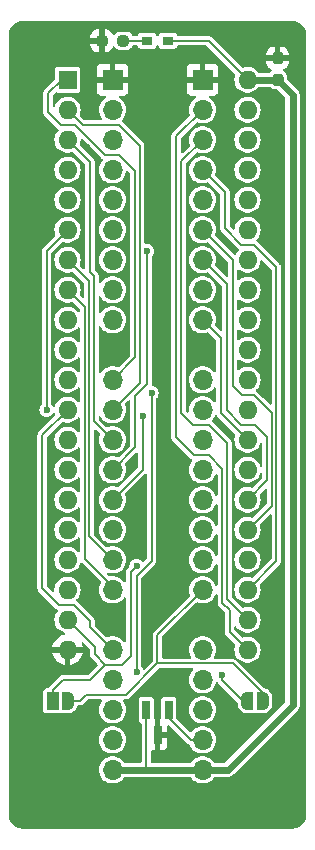
<source format=gbr>
G04 #@! TF.GenerationSoftware,KiCad,Pcbnew,8.0.4+dfsg-1*
G04 #@! TF.CreationDate,2025-03-02T14:44:45+09:00*
G04 #@! TF.ProjectId,bionic-p8051,62696f6e-6963-42d7-9038-3035312e6b69,6*
G04 #@! TF.SameCoordinates,Original*
G04 #@! TF.FileFunction,Copper,L1,Top*
G04 #@! TF.FilePolarity,Positive*
%FSLAX46Y46*%
G04 Gerber Fmt 4.6, Leading zero omitted, Abs format (unit mm)*
G04 Created by KiCad (PCBNEW 8.0.4+dfsg-1) date 2025-03-02 14:44:45*
%MOMM*%
%LPD*%
G01*
G04 APERTURE LIST*
G04 Aperture macros list*
%AMRoundRect*
0 Rectangle with rounded corners*
0 $1 Rounding radius*
0 $2 $3 $4 $5 $6 $7 $8 $9 X,Y pos of 4 corners*
0 Add a 4 corners polygon primitive as box body*
4,1,4,$2,$3,$4,$5,$6,$7,$8,$9,$2,$3,0*
0 Add four circle primitives for the rounded corners*
1,1,$1+$1,$2,$3*
1,1,$1+$1,$4,$5*
1,1,$1+$1,$6,$7*
1,1,$1+$1,$8,$9*
0 Add four rect primitives between the rounded corners*
20,1,$1+$1,$2,$3,$4,$5,0*
20,1,$1+$1,$4,$5,$6,$7,0*
20,1,$1+$1,$6,$7,$8,$9,0*
20,1,$1+$1,$8,$9,$2,$3,0*%
%AMFreePoly0*
4,1,19,0.500000,-0.750000,0.000000,-0.750000,0.000000,-0.744911,-0.071157,-0.744911,-0.207708,-0.704816,-0.327430,-0.627875,-0.420627,-0.520320,-0.479746,-0.390866,-0.500000,-0.250000,-0.500000,0.250000,-0.479746,0.390866,-0.420627,0.520320,-0.327430,0.627875,-0.207708,0.704816,-0.071157,0.744911,0.000000,0.744911,0.000000,0.750000,0.500000,0.750000,0.500000,-0.750000,0.500000,-0.750000,
$1*%
%AMFreePoly1*
4,1,19,0.000000,0.744911,0.071157,0.744911,0.207708,0.704816,0.327430,0.627875,0.420627,0.520320,0.479746,0.390866,0.500000,0.250000,0.500000,-0.250000,0.479746,-0.390866,0.420627,-0.520320,0.327430,-0.627875,0.207708,-0.704816,0.071157,-0.744911,0.000000,-0.744911,0.000000,-0.750000,-0.500000,-0.750000,-0.500000,0.750000,0.000000,0.750000,0.000000,0.744911,0.000000,0.744911,
$1*%
%AMFreePoly2*
4,1,19,0.550000,-0.750000,0.000000,-0.750000,0.000000,-0.744911,-0.071157,-0.744911,-0.207708,-0.704816,-0.327430,-0.627875,-0.420627,-0.520320,-0.479746,-0.390866,-0.500000,-0.250000,-0.500000,0.250000,-0.479746,0.390866,-0.420627,0.520320,-0.327430,0.627875,-0.207708,0.704816,-0.071157,0.744911,0.000000,0.744911,0.000000,0.750000,0.550000,0.750000,0.550000,-0.750000,0.550000,-0.750000,
$1*%
%AMFreePoly3*
4,1,19,0.000000,0.744911,0.071157,0.744911,0.207708,0.704816,0.327430,0.627875,0.420627,0.520320,0.479746,0.390866,0.500000,0.250000,0.500000,-0.250000,0.479746,-0.390866,0.420627,-0.520320,0.327430,-0.627875,0.207708,-0.704816,0.071157,-0.744911,0.000000,-0.744911,0.000000,-0.750000,-0.550000,-0.750000,-0.550000,0.750000,0.000000,0.750000,0.000000,0.744911,0.000000,0.744911,
$1*%
G04 Aperture macros list end*
G04 #@! TA.AperFunction,SMDPad,CuDef*
%ADD10RoundRect,0.237500X0.237500X-0.250000X0.237500X0.250000X-0.237500X0.250000X-0.237500X-0.250000X0*%
G04 #@! TD*
G04 #@! TA.AperFunction,SMDPad,CuDef*
%ADD11RoundRect,0.237500X0.250000X0.237500X-0.250000X0.237500X-0.250000X-0.237500X0.250000X-0.237500X0*%
G04 #@! TD*
G04 #@! TA.AperFunction,SMDPad,CuDef*
%ADD12R,0.965200X0.762000*%
G04 #@! TD*
G04 #@! TA.AperFunction,SMDPad,CuDef*
%ADD13R,0.660400X1.625600*%
G04 #@! TD*
G04 #@! TA.AperFunction,ComponentPad*
%ADD14R,1.600000X1.600000*%
G04 #@! TD*
G04 #@! TA.AperFunction,ComponentPad*
%ADD15O,1.600000X1.600000*%
G04 #@! TD*
G04 #@! TA.AperFunction,SMDPad,CuDef*
%ADD16FreePoly0,180.000000*%
G04 #@! TD*
G04 #@! TA.AperFunction,SMDPad,CuDef*
%ADD17FreePoly1,180.000000*%
G04 #@! TD*
G04 #@! TA.AperFunction,SMDPad,CuDef*
%ADD18FreePoly2,0.000000*%
G04 #@! TD*
G04 #@! TA.AperFunction,SMDPad,CuDef*
%ADD19R,1.000000X1.500000*%
G04 #@! TD*
G04 #@! TA.AperFunction,SMDPad,CuDef*
%ADD20FreePoly3,0.000000*%
G04 #@! TD*
G04 #@! TA.AperFunction,ComponentPad*
%ADD21O,1.700000X1.700000*%
G04 #@! TD*
G04 #@! TA.AperFunction,ComponentPad*
%ADD22R,1.700000X1.700000*%
G04 #@! TD*
G04 #@! TA.AperFunction,ViaPad*
%ADD23C,0.600000*%
G04 #@! TD*
G04 #@! TA.AperFunction,Conductor*
%ADD24C,0.600000*%
G04 #@! TD*
G04 #@! TA.AperFunction,Conductor*
%ADD25C,0.200000*%
G04 #@! TD*
G04 APERTURE END LIST*
D10*
X123860000Y-75080000D03*
X123860000Y-73255000D03*
D11*
X110802500Y-71778000D03*
X108977500Y-71778000D03*
D12*
X112823700Y-71778000D03*
X114576300Y-71778000D03*
D13*
X114650001Y-128420000D03*
X112749999Y-128420000D03*
X113700000Y-130552000D03*
D14*
X106080000Y-75080000D03*
D15*
X106080000Y-77620000D03*
X106080000Y-80160000D03*
X106080000Y-82700000D03*
X106080000Y-85240000D03*
X106080000Y-87780000D03*
X106080000Y-90320000D03*
X106080000Y-92860000D03*
X106080000Y-95400000D03*
X106080000Y-97940000D03*
X106080000Y-100480000D03*
X106080000Y-103020000D03*
X106080000Y-105560000D03*
X106080000Y-108100000D03*
X106080000Y-110640000D03*
X106080000Y-113180000D03*
X106080000Y-115720000D03*
X106080000Y-118260000D03*
X106080000Y-120800000D03*
X106080000Y-123340000D03*
X121320000Y-123340000D03*
X121320000Y-120800000D03*
X121320000Y-118260000D03*
X121320000Y-115720000D03*
X121320000Y-113180000D03*
X121320000Y-110640000D03*
X121320000Y-108100000D03*
X121320000Y-105560000D03*
X121320000Y-103020000D03*
X121320000Y-100480000D03*
X121320000Y-97940000D03*
X121320000Y-95400000D03*
X121320000Y-92860000D03*
X121320000Y-90320000D03*
X121320000Y-87780000D03*
X121320000Y-85240000D03*
X121320000Y-82700000D03*
X121320000Y-80160000D03*
X121320000Y-77620000D03*
X121320000Y-75080000D03*
D16*
X122605000Y-127658000D03*
D17*
X121305000Y-127658000D03*
D18*
X103510000Y-127658000D03*
D19*
X104810000Y-127658000D03*
D20*
X106110000Y-127658000D03*
D21*
X117510000Y-133500000D03*
X117510000Y-130960000D03*
X117510000Y-128420000D03*
X117510000Y-125880000D03*
X117510000Y-123340000D03*
X117510000Y-118260000D03*
X117510000Y-115720000D03*
X117510000Y-113180000D03*
X117510000Y-110640000D03*
X117510000Y-108100000D03*
X117510000Y-105560000D03*
X117510000Y-103020000D03*
X117510000Y-100480000D03*
X117510000Y-95400000D03*
X117510000Y-92860000D03*
X117510000Y-90320000D03*
X117510000Y-87780000D03*
X117510000Y-85240000D03*
X117510000Y-82700000D03*
X117510000Y-80160000D03*
X117510000Y-77620000D03*
D22*
X117510000Y-75080000D03*
X109890000Y-75080000D03*
D21*
X109890000Y-77620000D03*
X109890000Y-80160000D03*
X109890000Y-82700000D03*
X109890000Y-85240000D03*
X109890000Y-87780000D03*
X109890000Y-90320000D03*
X109890000Y-92860000D03*
X109890000Y-95400000D03*
X109890000Y-100480000D03*
X109890000Y-103020000D03*
X109890000Y-105560000D03*
X109890000Y-108100000D03*
X109890000Y-110640000D03*
X109890000Y-113180000D03*
X109890000Y-115720000D03*
X109890000Y-118260000D03*
X109890000Y-123340000D03*
X109890000Y-125880000D03*
X109890000Y-128420000D03*
X109890000Y-130960000D03*
X109890000Y-133500000D03*
D23*
X114081000Y-88796000D03*
X107731000Y-80795000D03*
X120050000Y-130325000D03*
X114208000Y-112672000D03*
X111922000Y-111910000D03*
X113700000Y-96162000D03*
X122717000Y-88923000D03*
X122717000Y-91590000D03*
X117510000Y-120800000D03*
X113700000Y-132230000D03*
X104937000Y-114450000D03*
X124241000Y-135405000D03*
X102905000Y-134770000D03*
X104556000Y-105560000D03*
X114208000Y-103401000D03*
X121320000Y-72794000D03*
X101889000Y-124864000D03*
X103540000Y-100353000D03*
X105064000Y-91590000D03*
X111922000Y-116228000D03*
X112811000Y-89558000D03*
X112430000Y-103528000D03*
X104302000Y-103020000D03*
X111922000Y-125245000D03*
X113192000Y-101623000D03*
X119161000Y-125499000D03*
D24*
X117510000Y-133500000D02*
X119669000Y-133500000D01*
X119669000Y-133500000D02*
X125130000Y-128039000D01*
X125130000Y-76350000D02*
X123860000Y-75080000D01*
X125130000Y-128039000D02*
X125130000Y-76350000D01*
D25*
X121320000Y-75080000D02*
X118018000Y-71778000D01*
X118018000Y-71778000D02*
X114576300Y-71778000D01*
X112749999Y-128420000D02*
X112749999Y-133434001D01*
D24*
X109890000Y-133500000D02*
X112684000Y-133500000D01*
X123860000Y-75080000D02*
X121320000Y-75080000D01*
X112684000Y-133500000D02*
X117510000Y-133500000D01*
D25*
X109255000Y-81430000D02*
X110398000Y-81430000D01*
X105572000Y-75080000D02*
X104429000Y-76223000D01*
X106715000Y-78890000D02*
X109255000Y-81430000D01*
X110398000Y-81430000D02*
X111795000Y-82827000D01*
X104429000Y-77831000D02*
X105488000Y-78890000D01*
X104429000Y-76223000D02*
X104429000Y-77831000D01*
X106080000Y-75080000D02*
X105572000Y-75080000D01*
X111795000Y-82827000D02*
X111795000Y-98575000D01*
X105488000Y-78890000D02*
X106715000Y-78890000D01*
X111795000Y-98575000D02*
X109890000Y-100480000D01*
X121320000Y-105560000D02*
X119034000Y-103274000D01*
X119034000Y-103274000D02*
X119034000Y-96924000D01*
X119034000Y-96924000D02*
X117510000Y-95400000D01*
X108366000Y-123721000D02*
X108366000Y-123086000D01*
X111414000Y-123876729D02*
X110680729Y-124610000D01*
X110680729Y-124610000D02*
X109255000Y-124610000D01*
X109255000Y-124610000D02*
X108366000Y-123721000D01*
X109255000Y-124610000D02*
X107985000Y-125880000D01*
X108366000Y-123086000D02*
X106080000Y-120800000D01*
X105699000Y-125880000D02*
X104810000Y-126769000D01*
X111922000Y-116228000D02*
X111414000Y-116736000D01*
X107985000Y-125880000D02*
X105699000Y-125880000D01*
X111414000Y-116736000D02*
X111414000Y-123876729D01*
X104810000Y-126769000D02*
X104810000Y-127658000D01*
X106080000Y-77620000D02*
X107350000Y-78890000D01*
X107350000Y-78890000D02*
X110398000Y-78890000D01*
X112195000Y-100715000D02*
X109890000Y-103020000D01*
X112195000Y-80687000D02*
X112195000Y-100715000D01*
X110398000Y-78890000D02*
X112195000Y-80687000D01*
X106080000Y-80160000D02*
X107985000Y-82065000D01*
X108319600Y-103989600D02*
X109890000Y-105560000D01*
X108319600Y-91687400D02*
X108319600Y-103989600D01*
X107985000Y-82065000D02*
X107985000Y-91352800D01*
X107985000Y-91352800D02*
X108319600Y-91687400D01*
X122971000Y-108989000D02*
X121320000Y-110640000D01*
X121955000Y-104332650D02*
X122971000Y-105348650D01*
X122971000Y-105348650D02*
X122971000Y-108989000D01*
X117510000Y-90320000D02*
X119542000Y-92352000D01*
X119542000Y-92352000D02*
X119542000Y-103083500D01*
X120791150Y-104332650D02*
X121955000Y-104332650D01*
X119542000Y-103083500D02*
X120791150Y-104332650D01*
X123371000Y-103293000D02*
X123371000Y-111129000D01*
X120812000Y-101750000D02*
X121828000Y-101750000D01*
X123371000Y-111129000D02*
X121320000Y-113180000D01*
X121828000Y-101750000D02*
X123371000Y-103293000D01*
X117510000Y-87780000D02*
X120050000Y-90320000D01*
X120050000Y-90320000D02*
X120050000Y-100988000D01*
X120050000Y-100988000D02*
X120812000Y-101750000D01*
X123771000Y-90972150D02*
X121848850Y-89050000D01*
X121848850Y-89050000D02*
X120793200Y-89050000D01*
X119415000Y-84605000D02*
X117510000Y-82700000D01*
X120793200Y-89050000D02*
X119415000Y-87671800D01*
X121320000Y-118260000D02*
X123771000Y-115809000D01*
X123771000Y-115809000D02*
X123771000Y-90972150D01*
X119415000Y-87671800D02*
X119415000Y-84605000D01*
X117510000Y-80160000D02*
X115681200Y-81988800D01*
X119586400Y-105858400D02*
X119586400Y-119066400D01*
X115681200Y-103277200D02*
X116694000Y-104290000D01*
X119586400Y-119066400D02*
X121320000Y-120800000D01*
X115681200Y-81988800D02*
X115681200Y-103277200D01*
X118018000Y-104290000D02*
X119586400Y-105858400D01*
X116694000Y-104290000D02*
X118018000Y-104290000D01*
X119796000Y-121816000D02*
X121320000Y-123340000D01*
X115281200Y-79848800D02*
X115281200Y-105363200D01*
X119186400Y-107998400D02*
X119186400Y-119370714D01*
X118018000Y-106830000D02*
X119186400Y-107998400D01*
X116748000Y-106830000D02*
X118018000Y-106830000D01*
X119796000Y-119980314D02*
X119796000Y-121816000D01*
X119186400Y-119370714D02*
X119796000Y-119980314D01*
X115281200Y-105363200D02*
X116748000Y-106830000D01*
X117510000Y-77620000D02*
X115281200Y-79848800D01*
X111795000Y-106195000D02*
X109890000Y-108100000D01*
X112811000Y-89558000D02*
X112811000Y-100861000D01*
X112811000Y-100861000D02*
X111795000Y-101877000D01*
X111795000Y-101877000D02*
X111795000Y-106195000D01*
X112430000Y-108100000D02*
X109890000Y-110640000D01*
X112430000Y-103528000D02*
X112430000Y-108100000D01*
X104302000Y-89558000D02*
X106080000Y-87780000D01*
X104302000Y-103020000D02*
X104302000Y-89558000D01*
X107919600Y-92159600D02*
X106080000Y-90320000D01*
X109890000Y-115720000D02*
X107919600Y-113749600D01*
X107919600Y-113749600D02*
X107919600Y-92159600D01*
X109890000Y-118006000D02*
X107519600Y-115635600D01*
X107519600Y-115635600D02*
X107519600Y-94299600D01*
X109890000Y-118260000D02*
X109890000Y-118006000D01*
X107519600Y-94299600D02*
X106080000Y-92860000D01*
X106588000Y-119530000D02*
X105359000Y-119530000D01*
X107985000Y-121435000D02*
X107985000Y-120927000D01*
X105359000Y-119530000D02*
X103921000Y-118092000D01*
X109890000Y-123340000D02*
X107985000Y-121435000D01*
X107985000Y-120927000D02*
X106588000Y-119530000D01*
X103921000Y-118092000D02*
X103921000Y-105179000D01*
X103921000Y-105179000D02*
X106080000Y-103020000D01*
X113192000Y-115806529D02*
X111922000Y-117076529D01*
X113192000Y-101623000D02*
X113192000Y-115806529D01*
X111922000Y-117076529D02*
X111922000Y-125245000D01*
X110802500Y-71778000D02*
X112823700Y-71778000D01*
X114650001Y-128420000D02*
X114650001Y-129116001D01*
X114650001Y-129116001D02*
X116494000Y-130960000D01*
X116494000Y-130960000D02*
X117510000Y-130960000D01*
X113693000Y-122077000D02*
X113693000Y-124490000D01*
X122605000Y-127038000D02*
X122605000Y-127658000D01*
X106110000Y-127658000D02*
X107096000Y-127658000D01*
X120057000Y-124490000D02*
X122605000Y-127038000D01*
X107096000Y-127658000D02*
X107604000Y-127150000D01*
X117510000Y-118260000D02*
X113693000Y-122077000D01*
X111033000Y-127150000D02*
X113693000Y-124490000D01*
X107604000Y-127150000D02*
X111033000Y-127150000D01*
X113693000Y-124490000D02*
X120057000Y-124490000D01*
X120939000Y-127658000D02*
X121305000Y-127658000D01*
X119161000Y-125880000D02*
X120939000Y-127658000D01*
X119161000Y-125499000D02*
X119161000Y-125880000D01*
G04 #@! TA.AperFunction,Conductor*
G36*
X107052427Y-103671960D02*
G01*
X107101254Y-103708832D01*
X107119100Y-103765533D01*
X107119100Y-104814466D01*
X107100193Y-104872657D01*
X107050693Y-104908621D01*
X106989507Y-104908621D01*
X106941097Y-104874127D01*
X106905053Y-104826398D01*
X106896764Y-104815421D01*
X106746041Y-104678019D01*
X106572637Y-104570652D01*
X106382456Y-104496976D01*
X106382455Y-104496975D01*
X106382453Y-104496975D01*
X106181976Y-104459500D01*
X105978024Y-104459500D01*
X105777546Y-104496975D01*
X105737353Y-104512546D01*
X105587363Y-104570652D01*
X105413959Y-104678019D01*
X105264284Y-104814466D01*
X105263236Y-104815421D01*
X105254947Y-104826398D01*
X105140328Y-104978177D01*
X105140323Y-104978186D01*
X105058450Y-105142611D01*
X105049418Y-105160750D01*
X104993603Y-105356917D01*
X104974785Y-105560000D01*
X104993603Y-105763083D01*
X105049418Y-105959250D01*
X105140327Y-106141821D01*
X105263236Y-106304579D01*
X105413959Y-106441981D01*
X105587363Y-106549348D01*
X105777544Y-106623024D01*
X105978024Y-106660500D01*
X106181976Y-106660500D01*
X106382456Y-106623024D01*
X106572637Y-106549348D01*
X106746041Y-106441981D01*
X106896764Y-106304579D01*
X106941099Y-106245869D01*
X106991252Y-106210829D01*
X107052427Y-106211960D01*
X107101254Y-106248832D01*
X107119100Y-106305533D01*
X107119100Y-107354466D01*
X107100193Y-107412657D01*
X107050693Y-107448621D01*
X106989507Y-107448621D01*
X106941097Y-107414127D01*
X106923501Y-107390827D01*
X106896764Y-107355421D01*
X106746041Y-107218019D01*
X106572637Y-107110652D01*
X106382456Y-107036976D01*
X106382455Y-107036975D01*
X106382453Y-107036975D01*
X106181976Y-106999500D01*
X105978024Y-106999500D01*
X105777546Y-107036975D01*
X105737353Y-107052546D01*
X105587363Y-107110652D01*
X105437881Y-107203207D01*
X105413959Y-107218019D01*
X105264284Y-107354466D01*
X105263236Y-107355421D01*
X105223388Y-107408188D01*
X105140328Y-107518177D01*
X105140323Y-107518186D01*
X105058450Y-107682611D01*
X105049418Y-107700750D01*
X104993603Y-107896917D01*
X104974785Y-108100000D01*
X104993603Y-108303083D01*
X105049418Y-108499250D01*
X105140327Y-108681821D01*
X105263236Y-108844579D01*
X105413959Y-108981981D01*
X105587363Y-109089348D01*
X105777544Y-109163024D01*
X105978024Y-109200500D01*
X106181976Y-109200500D01*
X106382456Y-109163024D01*
X106572637Y-109089348D01*
X106746041Y-108981981D01*
X106896764Y-108844579D01*
X106941099Y-108785869D01*
X106991252Y-108750829D01*
X107052427Y-108751960D01*
X107101254Y-108788832D01*
X107119100Y-108845533D01*
X107119100Y-109894466D01*
X107100193Y-109952657D01*
X107050693Y-109988621D01*
X106989507Y-109988621D01*
X106941097Y-109954127D01*
X106923501Y-109930827D01*
X106896764Y-109895421D01*
X106746041Y-109758019D01*
X106572637Y-109650652D01*
X106382456Y-109576976D01*
X106382455Y-109576975D01*
X106382453Y-109576975D01*
X106181976Y-109539500D01*
X105978024Y-109539500D01*
X105777546Y-109576975D01*
X105755334Y-109585580D01*
X105587363Y-109650652D01*
X105478676Y-109717948D01*
X105413959Y-109758019D01*
X105264284Y-109894466D01*
X105263236Y-109895421D01*
X105223388Y-109948188D01*
X105140328Y-110058177D01*
X105140323Y-110058186D01*
X105049419Y-110240747D01*
X105049418Y-110240750D01*
X104993603Y-110436917D01*
X104974785Y-110640000D01*
X104993603Y-110843083D01*
X105049418Y-111039250D01*
X105140327Y-111221821D01*
X105263236Y-111384579D01*
X105413959Y-111521981D01*
X105587363Y-111629348D01*
X105777544Y-111703024D01*
X105978024Y-111740500D01*
X106181976Y-111740500D01*
X106382456Y-111703024D01*
X106572637Y-111629348D01*
X106746041Y-111521981D01*
X106896764Y-111384579D01*
X106941099Y-111325869D01*
X106991252Y-111290829D01*
X107052427Y-111291960D01*
X107101254Y-111328832D01*
X107119100Y-111385533D01*
X107119100Y-112434466D01*
X107100193Y-112492657D01*
X107050693Y-112528621D01*
X106989507Y-112528621D01*
X106941097Y-112494127D01*
X106923501Y-112470827D01*
X106896764Y-112435421D01*
X106746041Y-112298019D01*
X106572637Y-112190652D01*
X106382456Y-112116976D01*
X106382455Y-112116975D01*
X106382453Y-112116975D01*
X106181976Y-112079500D01*
X105978024Y-112079500D01*
X105777546Y-112116975D01*
X105777541Y-112116977D01*
X105587363Y-112190652D01*
X105478676Y-112257948D01*
X105413959Y-112298019D01*
X105264284Y-112434466D01*
X105263236Y-112435421D01*
X105223388Y-112488188D01*
X105140328Y-112598177D01*
X105140323Y-112598186D01*
X105049419Y-112780747D01*
X105049418Y-112780750D01*
X104993603Y-112976917D01*
X104974785Y-113180000D01*
X104993603Y-113383083D01*
X105049418Y-113579250D01*
X105140327Y-113761821D01*
X105263236Y-113924579D01*
X105413959Y-114061981D01*
X105587363Y-114169348D01*
X105777544Y-114243024D01*
X105978024Y-114280500D01*
X106181976Y-114280500D01*
X106382456Y-114243024D01*
X106572637Y-114169348D01*
X106746041Y-114061981D01*
X106896764Y-113924579D01*
X106941099Y-113865869D01*
X106991252Y-113830829D01*
X107052427Y-113831960D01*
X107101254Y-113868832D01*
X107119100Y-113925533D01*
X107119100Y-114974466D01*
X107100193Y-115032657D01*
X107050693Y-115068621D01*
X106989507Y-115068621D01*
X106941097Y-115034127D01*
X106923501Y-115010827D01*
X106896764Y-114975421D01*
X106746041Y-114838019D01*
X106572637Y-114730652D01*
X106382456Y-114656976D01*
X106382455Y-114656975D01*
X106382453Y-114656975D01*
X106181976Y-114619500D01*
X105978024Y-114619500D01*
X105777546Y-114656975D01*
X105737353Y-114672546D01*
X105587363Y-114730652D01*
X105478676Y-114797948D01*
X105413959Y-114838019D01*
X105264284Y-114974466D01*
X105263236Y-114975421D01*
X105223388Y-115028188D01*
X105140328Y-115138177D01*
X105140323Y-115138186D01*
X105049419Y-115320747D01*
X105049418Y-115320750D01*
X104993603Y-115516917D01*
X104974785Y-115720000D01*
X104993603Y-115923083D01*
X105049418Y-116119250D01*
X105140327Y-116301821D01*
X105263236Y-116464579D01*
X105413959Y-116601981D01*
X105587363Y-116709348D01*
X105777544Y-116783024D01*
X105978024Y-116820500D01*
X106181976Y-116820500D01*
X106382456Y-116783024D01*
X106572637Y-116709348D01*
X106746041Y-116601981D01*
X106896764Y-116464579D01*
X107019673Y-116301821D01*
X107110582Y-116119250D01*
X107136751Y-116027275D01*
X107170859Y-115976484D01*
X107228311Y-115955439D01*
X107287161Y-115972182D01*
X107301974Y-115984367D01*
X108877782Y-117560175D01*
X108905559Y-117614692D01*
X108896399Y-117674306D01*
X108812596Y-117842606D01*
X108754244Y-118047688D01*
X108745252Y-118144727D01*
X108734571Y-118260000D01*
X108754244Y-118472310D01*
X108812595Y-118677389D01*
X108907634Y-118868255D01*
X109036128Y-119038407D01*
X109106734Y-119102773D01*
X109193692Y-119182047D01*
X109193699Y-119182053D01*
X109238060Y-119209520D01*
X109374981Y-119294298D01*
X109573802Y-119371321D01*
X109783390Y-119410500D01*
X109996610Y-119410500D01*
X110206198Y-119371321D01*
X110405019Y-119294298D01*
X110586302Y-119182052D01*
X110743872Y-119038407D01*
X110835498Y-118917075D01*
X110885653Y-118882034D01*
X110946827Y-118883165D01*
X110995654Y-118920037D01*
X111013500Y-118976738D01*
X111013500Y-122623261D01*
X110994593Y-122681452D01*
X110945093Y-122717416D01*
X110883907Y-122717416D01*
X110835497Y-122682922D01*
X110743880Y-122561603D01*
X110743877Y-122561600D01*
X110743872Y-122561593D01*
X110677611Y-122501188D01*
X110586307Y-122417952D01*
X110586300Y-122417946D01*
X110405024Y-122305705D01*
X110405019Y-122305702D01*
X110319657Y-122272633D01*
X110206198Y-122228679D01*
X110206197Y-122228678D01*
X110206195Y-122228678D01*
X109996610Y-122189500D01*
X109783390Y-122189500D01*
X109573802Y-122228678D01*
X109469091Y-122269243D01*
X109408000Y-122272633D01*
X109363325Y-122246932D01*
X108414496Y-121298103D01*
X108386719Y-121243586D01*
X108385500Y-121228099D01*
X108385500Y-120874274D01*
X108385500Y-120874273D01*
X108358207Y-120772413D01*
X108305480Y-120681087D01*
X108230913Y-120606519D01*
X108230913Y-120606520D01*
X106833913Y-119209520D01*
X106833910Y-119209518D01*
X106829991Y-119205599D01*
X106802214Y-119151082D01*
X106811785Y-119090650D01*
X106833297Y-119062436D01*
X106896764Y-119004579D01*
X107019673Y-118841821D01*
X107110582Y-118659250D01*
X107166397Y-118463083D01*
X107185215Y-118260000D01*
X107166397Y-118056917D01*
X107110582Y-117860750D01*
X107019673Y-117678179D01*
X106896764Y-117515421D01*
X106746041Y-117378019D01*
X106572637Y-117270652D01*
X106382456Y-117196976D01*
X106382455Y-117196975D01*
X106382453Y-117196975D01*
X106181976Y-117159500D01*
X105978024Y-117159500D01*
X105777546Y-117196975D01*
X105777541Y-117196977D01*
X105587363Y-117270652D01*
X105478676Y-117337948D01*
X105413959Y-117378019D01*
X105263237Y-117515420D01*
X105140328Y-117678177D01*
X105140323Y-117678186D01*
X105049419Y-117860747D01*
X104993603Y-118056917D01*
X104974785Y-118260000D01*
X104982104Y-118338991D01*
X104968646Y-118398678D01*
X104922675Y-118439056D01*
X104861750Y-118444700D01*
X104813522Y-118418129D01*
X104350496Y-117955103D01*
X104322719Y-117900586D01*
X104321500Y-117885099D01*
X104321500Y-105385900D01*
X104340407Y-105327709D01*
X104350490Y-105315902D01*
X105591975Y-104074416D01*
X105646490Y-104046641D01*
X105697735Y-104052106D01*
X105777544Y-104083024D01*
X105978024Y-104120500D01*
X106181976Y-104120500D01*
X106382456Y-104083024D01*
X106572637Y-104009348D01*
X106746041Y-103901981D01*
X106896764Y-103764579D01*
X106941099Y-103705869D01*
X106991252Y-103670829D01*
X107052427Y-103671960D01*
G37*
G04 #@! TD.AperFunction*
G04 #@! TA.AperFunction,Conductor*
G36*
X111340445Y-102232689D02*
G01*
X111383710Y-102275954D01*
X111394500Y-102320899D01*
X111394500Y-105988098D01*
X111375593Y-106046289D01*
X111365504Y-106058102D01*
X110416673Y-107006932D01*
X110362156Y-107034709D01*
X110310907Y-107029243D01*
X110206198Y-106988679D01*
X110206197Y-106988678D01*
X110206195Y-106988678D01*
X109996610Y-106949500D01*
X109783390Y-106949500D01*
X109573804Y-106988678D01*
X109374980Y-107065702D01*
X109374975Y-107065705D01*
X109193699Y-107177946D01*
X109193692Y-107177952D01*
X109036135Y-107321586D01*
X109036131Y-107321589D01*
X109036128Y-107321593D01*
X109036125Y-107321597D01*
X108907635Y-107491743D01*
X108907630Y-107491752D01*
X108812596Y-107682608D01*
X108754244Y-107887688D01*
X108754244Y-107887690D01*
X108734571Y-108100000D01*
X108754244Y-108312310D01*
X108812595Y-108517389D01*
X108907634Y-108708255D01*
X109036128Y-108878407D01*
X109036135Y-108878413D01*
X109193692Y-109022047D01*
X109193699Y-109022053D01*
X109297389Y-109086255D01*
X109374981Y-109134298D01*
X109573802Y-109211321D01*
X109783390Y-109250500D01*
X109996610Y-109250500D01*
X110206198Y-109211321D01*
X110405019Y-109134298D01*
X110586302Y-109022052D01*
X110743872Y-108878407D01*
X110872366Y-108708255D01*
X110967405Y-108517389D01*
X111025756Y-108312310D01*
X111045429Y-108100000D01*
X111025756Y-107887690D01*
X110967405Y-107682611D01*
X110967401Y-107682604D01*
X110965752Y-107678344D01*
X110967132Y-107677809D01*
X110959019Y-107623364D01*
X110986648Y-107569743D01*
X111860497Y-106695895D01*
X111915013Y-106668119D01*
X111975445Y-106677690D01*
X112018710Y-106720955D01*
X112029500Y-106765900D01*
X112029500Y-107893098D01*
X112010593Y-107951289D01*
X112000504Y-107963102D01*
X110416673Y-109546932D01*
X110362156Y-109574709D01*
X110310907Y-109569243D01*
X110206198Y-109528679D01*
X110206197Y-109528678D01*
X110206195Y-109528678D01*
X109996610Y-109489500D01*
X109783390Y-109489500D01*
X109573804Y-109528678D01*
X109374980Y-109605702D01*
X109374975Y-109605705D01*
X109193699Y-109717946D01*
X109193692Y-109717952D01*
X109036135Y-109861586D01*
X109036131Y-109861589D01*
X109036128Y-109861593D01*
X109036125Y-109861597D01*
X108907635Y-110031743D01*
X108907630Y-110031752D01*
X108812596Y-110222608D01*
X108754244Y-110427688D01*
X108754244Y-110427690D01*
X108734571Y-110640000D01*
X108754244Y-110852310D01*
X108812595Y-111057389D01*
X108907634Y-111248255D01*
X109036128Y-111418407D01*
X109036135Y-111418413D01*
X109193692Y-111562047D01*
X109193699Y-111562053D01*
X109297389Y-111626255D01*
X109374981Y-111674298D01*
X109573802Y-111751321D01*
X109783390Y-111790500D01*
X109996610Y-111790500D01*
X110206198Y-111751321D01*
X110405019Y-111674298D01*
X110586302Y-111562052D01*
X110743872Y-111418407D01*
X110872366Y-111248255D01*
X110967405Y-111057389D01*
X111025756Y-110852310D01*
X111045429Y-110640000D01*
X111025756Y-110427690D01*
X110967405Y-110222611D01*
X110967401Y-110222604D01*
X110965752Y-110218344D01*
X110967132Y-110217809D01*
X110959019Y-110163364D01*
X110986648Y-110109743D01*
X112622497Y-108473895D01*
X112677013Y-108446119D01*
X112737445Y-108455690D01*
X112780710Y-108498955D01*
X112791500Y-108543900D01*
X112791500Y-115599628D01*
X112772593Y-115657819D01*
X112762503Y-115669632D01*
X112552600Y-115879534D01*
X112498084Y-115907311D01*
X112437652Y-115897740D01*
X112404055Y-115869797D01*
X112397861Y-115861725D01*
X112350282Y-115799718D01*
X112350277Y-115799714D01*
X112350276Y-115799713D01*
X112224838Y-115703462D01*
X112078766Y-115642957D01*
X112078758Y-115642955D01*
X111922001Y-115622318D01*
X111921999Y-115622318D01*
X111765241Y-115642955D01*
X111765233Y-115642957D01*
X111619161Y-115703462D01*
X111619160Y-115703462D01*
X111493723Y-115799713D01*
X111493713Y-115799723D01*
X111397462Y-115925160D01*
X111397462Y-115925161D01*
X111336957Y-116071233D01*
X111336955Y-116071241D01*
X111315471Y-116234433D01*
X111313743Y-116234205D01*
X111297411Y-116284472D01*
X111287322Y-116296284D01*
X111093520Y-116490086D01*
X111093516Y-116490091D01*
X111040793Y-116581411D01*
X111040792Y-116581411D01*
X111040793Y-116581412D01*
X111013500Y-116683273D01*
X111013500Y-117543261D01*
X110994593Y-117601452D01*
X110945093Y-117637416D01*
X110883907Y-117637416D01*
X110835497Y-117602922D01*
X110743880Y-117481603D01*
X110743877Y-117481600D01*
X110743872Y-117481593D01*
X110689623Y-117432139D01*
X110586307Y-117337952D01*
X110586300Y-117337946D01*
X110405024Y-117225705D01*
X110405019Y-117225702D01*
X110353078Y-117205580D01*
X110206198Y-117148679D01*
X110206197Y-117148678D01*
X110206195Y-117148678D01*
X109996610Y-117109500D01*
X109783390Y-117109500D01*
X109646388Y-117135110D01*
X109585714Y-117127217D01*
X109558193Y-117107800D01*
X109428853Y-116978460D01*
X109401076Y-116923943D01*
X109410647Y-116863511D01*
X109453912Y-116820246D01*
X109514344Y-116810675D01*
X109534618Y-116816141D01*
X109573802Y-116831321D01*
X109783390Y-116870500D01*
X109996610Y-116870500D01*
X110206198Y-116831321D01*
X110405019Y-116754298D01*
X110586302Y-116642052D01*
X110743872Y-116498407D01*
X110872366Y-116328255D01*
X110967405Y-116137389D01*
X111025756Y-115932310D01*
X111045429Y-115720000D01*
X111025756Y-115507690D01*
X110967405Y-115302611D01*
X110872366Y-115111745D01*
X110743872Y-114941593D01*
X110689623Y-114892139D01*
X110586307Y-114797952D01*
X110586300Y-114797946D01*
X110405024Y-114685705D01*
X110405019Y-114685702D01*
X110319657Y-114652633D01*
X110206198Y-114608679D01*
X110206197Y-114608678D01*
X110206195Y-114608678D01*
X109996610Y-114569500D01*
X109783390Y-114569500D01*
X109573802Y-114608678D01*
X109469091Y-114649243D01*
X109408000Y-114652633D01*
X109363325Y-114626932D01*
X108349096Y-113612703D01*
X108321319Y-113558186D01*
X108320100Y-113542699D01*
X108320100Y-113180000D01*
X108734571Y-113180000D01*
X108754244Y-113392310D01*
X108812595Y-113597389D01*
X108907634Y-113788255D01*
X109036128Y-113958407D01*
X109036135Y-113958413D01*
X109193692Y-114102047D01*
X109193699Y-114102053D01*
X109297389Y-114166255D01*
X109374981Y-114214298D01*
X109573802Y-114291321D01*
X109783390Y-114330500D01*
X109996610Y-114330500D01*
X110206198Y-114291321D01*
X110405019Y-114214298D01*
X110586302Y-114102052D01*
X110743872Y-113958407D01*
X110872366Y-113788255D01*
X110967405Y-113597389D01*
X111025756Y-113392310D01*
X111045429Y-113180000D01*
X111025756Y-112967690D01*
X110967405Y-112762611D01*
X110872366Y-112571745D01*
X110743872Y-112401593D01*
X110689623Y-112352139D01*
X110586307Y-112257952D01*
X110586300Y-112257946D01*
X110405024Y-112145705D01*
X110405019Y-112145702D01*
X110353078Y-112125580D01*
X110206198Y-112068679D01*
X110206197Y-112068678D01*
X110206195Y-112068678D01*
X109996610Y-112029500D01*
X109783390Y-112029500D01*
X109573804Y-112068678D01*
X109374980Y-112145702D01*
X109374975Y-112145705D01*
X109193699Y-112257946D01*
X109193692Y-112257952D01*
X109036135Y-112401586D01*
X109036131Y-112401589D01*
X109036128Y-112401593D01*
X109036125Y-112401597D01*
X108907635Y-112571743D01*
X108907630Y-112571752D01*
X108812596Y-112762608D01*
X108754244Y-112967688D01*
X108754244Y-112967690D01*
X108734571Y-113180000D01*
X108320100Y-113180000D01*
X108320100Y-104795501D01*
X108339007Y-104737310D01*
X108388507Y-104701346D01*
X108449693Y-104701346D01*
X108489104Y-104725497D01*
X108793348Y-105029741D01*
X108821125Y-105084258D01*
X108812904Y-105137818D01*
X108814249Y-105138339D01*
X108812598Y-105142598D01*
X108754244Y-105347688D01*
X108734571Y-105560000D01*
X108748282Y-105707974D01*
X108754244Y-105772310D01*
X108812595Y-105977389D01*
X108907634Y-106168255D01*
X109036128Y-106338407D01*
X109036135Y-106338413D01*
X109193692Y-106482047D01*
X109193699Y-106482053D01*
X109238060Y-106509520D01*
X109374981Y-106594298D01*
X109573802Y-106671321D01*
X109783390Y-106710500D01*
X109996610Y-106710500D01*
X110206198Y-106671321D01*
X110405019Y-106594298D01*
X110586302Y-106482052D01*
X110743872Y-106338407D01*
X110872366Y-106168255D01*
X110967405Y-105977389D01*
X111025756Y-105772310D01*
X111045429Y-105560000D01*
X111025756Y-105347690D01*
X110967405Y-105142611D01*
X110872366Y-104951745D01*
X110743872Y-104781593D01*
X110655846Y-104701346D01*
X110586307Y-104637952D01*
X110586300Y-104637946D01*
X110405024Y-104525705D01*
X110405019Y-104525702D01*
X110319657Y-104492633D01*
X110206198Y-104448679D01*
X110206197Y-104448678D01*
X110206195Y-104448678D01*
X109996610Y-104409500D01*
X109783390Y-104409500D01*
X109573802Y-104448678D01*
X109469091Y-104489243D01*
X109408000Y-104492633D01*
X109363325Y-104466932D01*
X108749096Y-103852703D01*
X108721319Y-103798186D01*
X108720100Y-103782699D01*
X108720100Y-103672557D01*
X108739007Y-103614366D01*
X108788507Y-103578402D01*
X108849693Y-103578402D01*
X108899193Y-103614366D01*
X108906660Y-103626681D01*
X108907632Y-103628251D01*
X108907634Y-103628255D01*
X109036128Y-103798407D01*
X109098056Y-103854862D01*
X109193692Y-103942047D01*
X109193699Y-103942053D01*
X109221785Y-103959443D01*
X109374981Y-104054298D01*
X109573802Y-104131321D01*
X109783390Y-104170500D01*
X109996610Y-104170500D01*
X110206198Y-104131321D01*
X110405019Y-104054298D01*
X110586302Y-103942052D01*
X110743872Y-103798407D01*
X110872366Y-103628255D01*
X110967405Y-103437389D01*
X111025756Y-103232310D01*
X111045429Y-103020000D01*
X111025756Y-102807690D01*
X110967405Y-102602611D01*
X110967401Y-102602604D01*
X110965752Y-102598344D01*
X110967129Y-102597810D01*
X110959021Y-102543350D01*
X110986649Y-102489742D01*
X111225498Y-102250894D01*
X111280013Y-102223118D01*
X111340445Y-102232689D01*
G37*
G04 #@! TD.AperFunction*
G04 #@! TA.AperFunction,Conductor*
G36*
X122554273Y-90331743D02*
G01*
X122585128Y-90352670D01*
X123341504Y-91109046D01*
X123369281Y-91163563D01*
X123370500Y-91179050D01*
X123370500Y-102487099D01*
X123351593Y-102545290D01*
X123302093Y-102581254D01*
X123240907Y-102581254D01*
X123201496Y-102557103D01*
X122640303Y-101995910D01*
X122073913Y-101429520D01*
X122073910Y-101429518D01*
X122069991Y-101425599D01*
X122042214Y-101371082D01*
X122051785Y-101310650D01*
X122073297Y-101282436D01*
X122136764Y-101224579D01*
X122259673Y-101061821D01*
X122350582Y-100879250D01*
X122406397Y-100683083D01*
X122425215Y-100480000D01*
X122406397Y-100276917D01*
X122350582Y-100080750D01*
X122259673Y-99898179D01*
X122136764Y-99735421D01*
X121986041Y-99598019D01*
X121812637Y-99490652D01*
X121622456Y-99416976D01*
X121622455Y-99416975D01*
X121622453Y-99416975D01*
X121421976Y-99379500D01*
X121218024Y-99379500D01*
X121017546Y-99416975D01*
X120977353Y-99432546D01*
X120827363Y-99490652D01*
X120718670Y-99557952D01*
X120653956Y-99598021D01*
X120616195Y-99632445D01*
X120560454Y-99657675D01*
X120500528Y-99645322D01*
X120459308Y-99600106D01*
X120450500Y-99559283D01*
X120450500Y-98860716D01*
X120469407Y-98802525D01*
X120518907Y-98766561D01*
X120580093Y-98766561D01*
X120616194Y-98787554D01*
X120653959Y-98821981D01*
X120827363Y-98929348D01*
X121017544Y-99003024D01*
X121218024Y-99040500D01*
X121421976Y-99040500D01*
X121622456Y-99003024D01*
X121812637Y-98929348D01*
X121986041Y-98821981D01*
X122136764Y-98684579D01*
X122259673Y-98521821D01*
X122350582Y-98339250D01*
X122406397Y-98143083D01*
X122425215Y-97940000D01*
X122406397Y-97736917D01*
X122350582Y-97540750D01*
X122259673Y-97358179D01*
X122136764Y-97195421D01*
X121986041Y-97058019D01*
X121812637Y-96950652D01*
X121622456Y-96876976D01*
X121622455Y-96876975D01*
X121622453Y-96876975D01*
X121421976Y-96839500D01*
X121218024Y-96839500D01*
X121017546Y-96876975D01*
X120947632Y-96904059D01*
X120827363Y-96950652D01*
X120716520Y-97019283D01*
X120653956Y-97058021D01*
X120616195Y-97092445D01*
X120560454Y-97117675D01*
X120500528Y-97105322D01*
X120459308Y-97060106D01*
X120450500Y-97019283D01*
X120450500Y-96320716D01*
X120469407Y-96262525D01*
X120518907Y-96226561D01*
X120580093Y-96226561D01*
X120616194Y-96247554D01*
X120653959Y-96281981D01*
X120827363Y-96389348D01*
X121017544Y-96463024D01*
X121218024Y-96500500D01*
X121421976Y-96500500D01*
X121622456Y-96463024D01*
X121812637Y-96389348D01*
X121986041Y-96281981D01*
X122136764Y-96144579D01*
X122259673Y-95981821D01*
X122350582Y-95799250D01*
X122406397Y-95603083D01*
X122425215Y-95400000D01*
X122406397Y-95196917D01*
X122350582Y-95000750D01*
X122259673Y-94818179D01*
X122136764Y-94655421D01*
X121986041Y-94518019D01*
X121812637Y-94410652D01*
X121622456Y-94336976D01*
X121622455Y-94336975D01*
X121622453Y-94336975D01*
X121421976Y-94299500D01*
X121218024Y-94299500D01*
X121017546Y-94336975D01*
X120947632Y-94364059D01*
X120827363Y-94410652D01*
X120653959Y-94518019D01*
X120653956Y-94518021D01*
X120616195Y-94552445D01*
X120560454Y-94577675D01*
X120500528Y-94565322D01*
X120459308Y-94520106D01*
X120450500Y-94479283D01*
X120450500Y-93780716D01*
X120469407Y-93722525D01*
X120518907Y-93686561D01*
X120580093Y-93686561D01*
X120616194Y-93707554D01*
X120653959Y-93741981D01*
X120827363Y-93849348D01*
X121017544Y-93923024D01*
X121218024Y-93960500D01*
X121421976Y-93960500D01*
X121622456Y-93923024D01*
X121812637Y-93849348D01*
X121986041Y-93741981D01*
X122136764Y-93604579D01*
X122259673Y-93441821D01*
X122350582Y-93259250D01*
X122406397Y-93063083D01*
X122425215Y-92860000D01*
X122406397Y-92656917D01*
X122350582Y-92460750D01*
X122259673Y-92278179D01*
X122136764Y-92115421D01*
X121986041Y-91978019D01*
X121812637Y-91870652D01*
X121622456Y-91796976D01*
X121622455Y-91796975D01*
X121622453Y-91796975D01*
X121421976Y-91759500D01*
X121218024Y-91759500D01*
X121017546Y-91796975D01*
X120947632Y-91824059D01*
X120827363Y-91870652D01*
X120718670Y-91937952D01*
X120653956Y-91978021D01*
X120616195Y-92012445D01*
X120560454Y-92037675D01*
X120500528Y-92025322D01*
X120459308Y-91980106D01*
X120450500Y-91939283D01*
X120450500Y-91240716D01*
X120469407Y-91182525D01*
X120518907Y-91146561D01*
X120580093Y-91146561D01*
X120616194Y-91167554D01*
X120653959Y-91201981D01*
X120827363Y-91309348D01*
X121017544Y-91383024D01*
X121218024Y-91420500D01*
X121421976Y-91420500D01*
X121622456Y-91383024D01*
X121812637Y-91309348D01*
X121986041Y-91201981D01*
X122136764Y-91064579D01*
X122259673Y-90901821D01*
X122350582Y-90719250D01*
X122406397Y-90523083D01*
X122416547Y-90413535D01*
X122440742Y-90357342D01*
X122493348Y-90326099D01*
X122554273Y-90331743D01*
G37*
G04 #@! TD.AperFunction*
G04 #@! TA.AperFunction,Conductor*
G36*
X107323275Y-80074597D02*
G01*
X107354130Y-80095523D01*
X108934520Y-81675913D01*
X108934519Y-81675913D01*
X109009085Y-81750478D01*
X109009087Y-81750480D01*
X109023318Y-81758696D01*
X109064258Y-81804164D01*
X109070655Y-81865014D01*
X109040517Y-81917591D01*
X109036131Y-81921589D01*
X109036128Y-81921592D01*
X108907640Y-82091736D01*
X108907630Y-82091752D01*
X108812596Y-82282608D01*
X108754244Y-82487688D01*
X108754244Y-82487690D01*
X108734571Y-82700000D01*
X108754244Y-82912310D01*
X108812595Y-83117389D01*
X108907634Y-83308255D01*
X109036128Y-83478407D01*
X109036135Y-83478413D01*
X109193692Y-83622047D01*
X109193699Y-83622053D01*
X109297389Y-83686255D01*
X109374981Y-83734298D01*
X109573802Y-83811321D01*
X109783390Y-83850500D01*
X109996610Y-83850500D01*
X110206198Y-83811321D01*
X110405019Y-83734298D01*
X110586302Y-83622052D01*
X110743872Y-83478407D01*
X110872366Y-83308255D01*
X110967405Y-83117389D01*
X111025756Y-82912310D01*
X111030735Y-82858576D01*
X111054930Y-82802381D01*
X111107537Y-82771137D01*
X111168461Y-82776783D01*
X111199316Y-82797709D01*
X111365504Y-82963897D01*
X111393281Y-83018414D01*
X111394500Y-83033901D01*
X111394500Y-98368098D01*
X111375593Y-98426289D01*
X111365504Y-98438102D01*
X110416673Y-99386932D01*
X110362156Y-99414709D01*
X110310907Y-99409243D01*
X110206198Y-99368679D01*
X110206197Y-99368678D01*
X110206195Y-99368678D01*
X109996610Y-99329500D01*
X109783390Y-99329500D01*
X109573804Y-99368678D01*
X109374980Y-99445702D01*
X109374975Y-99445705D01*
X109193699Y-99557946D01*
X109193692Y-99557952D01*
X109036135Y-99701586D01*
X109036131Y-99701589D01*
X109036128Y-99701593D01*
X109036125Y-99701597D01*
X108907635Y-99871743D01*
X108905225Y-99875637D01*
X108904294Y-99875060D01*
X108864857Y-99915233D01*
X108804516Y-99925362D01*
X108749745Y-99898088D01*
X108721466Y-99843830D01*
X108720100Y-99827442D01*
X108720100Y-96052557D01*
X108739007Y-95994366D01*
X108788507Y-95958402D01*
X108849693Y-95958402D01*
X108899193Y-95994366D01*
X108906660Y-96006681D01*
X108907632Y-96008251D01*
X108907634Y-96008255D01*
X109036128Y-96178407D01*
X109036135Y-96178413D01*
X109193692Y-96322047D01*
X109193699Y-96322053D01*
X109297389Y-96386255D01*
X109374981Y-96434298D01*
X109573802Y-96511321D01*
X109783390Y-96550500D01*
X109996610Y-96550500D01*
X110206198Y-96511321D01*
X110405019Y-96434298D01*
X110586302Y-96322052D01*
X110743872Y-96178407D01*
X110872366Y-96008255D01*
X110967405Y-95817389D01*
X111025756Y-95612310D01*
X111045429Y-95400000D01*
X111025756Y-95187690D01*
X110967405Y-94982611D01*
X110872366Y-94791745D01*
X110743872Y-94621593D01*
X110630260Y-94518021D01*
X110586307Y-94477952D01*
X110586300Y-94477946D01*
X110405024Y-94365705D01*
X110405019Y-94365702D01*
X110206195Y-94288678D01*
X109996610Y-94249500D01*
X109783390Y-94249500D01*
X109573804Y-94288678D01*
X109374980Y-94365702D01*
X109374975Y-94365705D01*
X109193699Y-94477946D01*
X109193692Y-94477952D01*
X109036135Y-94621586D01*
X109036131Y-94621589D01*
X109036128Y-94621593D01*
X109036125Y-94621597D01*
X108907635Y-94791743D01*
X108905225Y-94795637D01*
X108904294Y-94795060D01*
X108864857Y-94835233D01*
X108804516Y-94845362D01*
X108749745Y-94818088D01*
X108721466Y-94763830D01*
X108720100Y-94747442D01*
X108720100Y-93512557D01*
X108739007Y-93454366D01*
X108788507Y-93418402D01*
X108849693Y-93418402D01*
X108899193Y-93454366D01*
X108906660Y-93466681D01*
X108907632Y-93468251D01*
X108907634Y-93468255D01*
X109036128Y-93638407D01*
X109036135Y-93638413D01*
X109193692Y-93782047D01*
X109193699Y-93782053D01*
X109297389Y-93846255D01*
X109374981Y-93894298D01*
X109573802Y-93971321D01*
X109783390Y-94010500D01*
X109996610Y-94010500D01*
X110206198Y-93971321D01*
X110405019Y-93894298D01*
X110586302Y-93782052D01*
X110743872Y-93638407D01*
X110872366Y-93468255D01*
X110967405Y-93277389D01*
X111025756Y-93072310D01*
X111045429Y-92860000D01*
X111025756Y-92647690D01*
X110967405Y-92442611D01*
X110872366Y-92251745D01*
X110743872Y-92081593D01*
X110630260Y-91978021D01*
X110586307Y-91937952D01*
X110586300Y-91937946D01*
X110405024Y-91825705D01*
X110405019Y-91825702D01*
X110206195Y-91748678D01*
X109996610Y-91709500D01*
X109783390Y-91709500D01*
X109573804Y-91748678D01*
X109374980Y-91825702D01*
X109374975Y-91825705D01*
X109193699Y-91937946D01*
X109193692Y-91937952D01*
X109036135Y-92081586D01*
X109036131Y-92081589D01*
X109036128Y-92081593D01*
X109036125Y-92081597D01*
X108907635Y-92251743D01*
X108905225Y-92255637D01*
X108904294Y-92255060D01*
X108864857Y-92295233D01*
X108804516Y-92305362D01*
X108749745Y-92278088D01*
X108721466Y-92223830D01*
X108720100Y-92207442D01*
X108720100Y-91634674D01*
X108696105Y-91545123D01*
X108696105Y-91545122D01*
X108692807Y-91532813D01*
X108692807Y-91532812D01*
X108656831Y-91470500D01*
X108640083Y-91441491D01*
X108640079Y-91441486D01*
X108414496Y-91215902D01*
X108386719Y-91161386D01*
X108385500Y-91145899D01*
X108385500Y-90320000D01*
X108734571Y-90320000D01*
X108754244Y-90532310D01*
X108812595Y-90737389D01*
X108907634Y-90928255D01*
X109036128Y-91098407D01*
X109079605Y-91138042D01*
X109193692Y-91242047D01*
X109193699Y-91242053D01*
X109297389Y-91306255D01*
X109374981Y-91354298D01*
X109573802Y-91431321D01*
X109783390Y-91470500D01*
X109996610Y-91470500D01*
X110206198Y-91431321D01*
X110405019Y-91354298D01*
X110586302Y-91242052D01*
X110743872Y-91098407D01*
X110872366Y-90928255D01*
X110967405Y-90737389D01*
X111025756Y-90532310D01*
X111045429Y-90320000D01*
X111025756Y-90107690D01*
X110967405Y-89902611D01*
X110872366Y-89711745D01*
X110743872Y-89541593D01*
X110682197Y-89485368D01*
X110586307Y-89397952D01*
X110586300Y-89397946D01*
X110405024Y-89285705D01*
X110405019Y-89285702D01*
X110206195Y-89208678D01*
X109996610Y-89169500D01*
X109783390Y-89169500D01*
X109573804Y-89208678D01*
X109374980Y-89285702D01*
X109374975Y-89285705D01*
X109193699Y-89397946D01*
X109193692Y-89397952D01*
X109036135Y-89541586D01*
X109036131Y-89541589D01*
X109036128Y-89541593D01*
X109036125Y-89541597D01*
X108907635Y-89711743D01*
X108907630Y-89711752D01*
X108812596Y-89902608D01*
X108754244Y-90107688D01*
X108754244Y-90107690D01*
X108734571Y-90320000D01*
X108385500Y-90320000D01*
X108385500Y-87780000D01*
X108734571Y-87780000D01*
X108754244Y-87992310D01*
X108812595Y-88197389D01*
X108907634Y-88388255D01*
X109036128Y-88558407D01*
X109036135Y-88558413D01*
X109193692Y-88702047D01*
X109193699Y-88702053D01*
X109227651Y-88723075D01*
X109374981Y-88814298D01*
X109573802Y-88891321D01*
X109783390Y-88930500D01*
X109996610Y-88930500D01*
X110206198Y-88891321D01*
X110405019Y-88814298D01*
X110586302Y-88702052D01*
X110743872Y-88558407D01*
X110872366Y-88388255D01*
X110967405Y-88197389D01*
X111025756Y-87992310D01*
X111045429Y-87780000D01*
X111025756Y-87567690D01*
X110967405Y-87362611D01*
X110872366Y-87171745D01*
X110743872Y-87001593D01*
X110689623Y-86952139D01*
X110586307Y-86857952D01*
X110586300Y-86857946D01*
X110405024Y-86745705D01*
X110405019Y-86745702D01*
X110206195Y-86668678D01*
X109996610Y-86629500D01*
X109783390Y-86629500D01*
X109573804Y-86668678D01*
X109374980Y-86745702D01*
X109374975Y-86745705D01*
X109193699Y-86857946D01*
X109193692Y-86857952D01*
X109036135Y-87001586D01*
X109036131Y-87001589D01*
X109036128Y-87001593D01*
X109036125Y-87001597D01*
X108907635Y-87171743D01*
X108907630Y-87171752D01*
X108812596Y-87362608D01*
X108754244Y-87567688D01*
X108754244Y-87567690D01*
X108734571Y-87780000D01*
X108385500Y-87780000D01*
X108385500Y-85240000D01*
X108734571Y-85240000D01*
X108754244Y-85452310D01*
X108812595Y-85657389D01*
X108907634Y-85848255D01*
X109036128Y-86018407D01*
X109036135Y-86018413D01*
X109193692Y-86162047D01*
X109193699Y-86162053D01*
X109297389Y-86226255D01*
X109374981Y-86274298D01*
X109573802Y-86351321D01*
X109783390Y-86390500D01*
X109996610Y-86390500D01*
X110206198Y-86351321D01*
X110405019Y-86274298D01*
X110586302Y-86162052D01*
X110743872Y-86018407D01*
X110872366Y-85848255D01*
X110967405Y-85657389D01*
X111025756Y-85452310D01*
X111045429Y-85240000D01*
X111025756Y-85027690D01*
X110967405Y-84822611D01*
X110872366Y-84631745D01*
X110743872Y-84461593D01*
X110689623Y-84412139D01*
X110586307Y-84317952D01*
X110586300Y-84317946D01*
X110405024Y-84205705D01*
X110405019Y-84205702D01*
X110206195Y-84128678D01*
X109996610Y-84089500D01*
X109783390Y-84089500D01*
X109573804Y-84128678D01*
X109374980Y-84205702D01*
X109374975Y-84205705D01*
X109193699Y-84317946D01*
X109193692Y-84317952D01*
X109036135Y-84461586D01*
X109036131Y-84461589D01*
X109036128Y-84461593D01*
X109036125Y-84461597D01*
X108907635Y-84631743D01*
X108907630Y-84631752D01*
X108812596Y-84822608D01*
X108754244Y-85027688D01*
X108754244Y-85027690D01*
X108734571Y-85240000D01*
X108385500Y-85240000D01*
X108385500Y-82012274D01*
X108385500Y-82012273D01*
X108370267Y-81955421D01*
X108370267Y-81955420D01*
X108370267Y-81955419D01*
X108358207Y-81910412D01*
X108358205Y-81910408D01*
X108305483Y-81819091D01*
X108305482Y-81819090D01*
X108305481Y-81819089D01*
X108305480Y-81819087D01*
X107137336Y-80650943D01*
X107109559Y-80596426D01*
X107112118Y-80553848D01*
X107166397Y-80363083D01*
X107185215Y-80160000D01*
X107185214Y-80159993D01*
X107185548Y-80156393D01*
X107209744Y-80100195D01*
X107262351Y-80068951D01*
X107323275Y-80074597D01*
G37*
G04 #@! TD.AperFunction*
G04 #@! TA.AperFunction,Conductor*
G36*
X125134309Y-70100877D02*
G01*
X125324457Y-70117512D01*
X125341437Y-70120505D01*
X125521635Y-70168789D01*
X125537839Y-70174687D01*
X125706902Y-70253523D01*
X125721842Y-70262149D01*
X125874641Y-70369140D01*
X125887861Y-70380232D01*
X126019767Y-70512138D01*
X126030859Y-70525358D01*
X126137850Y-70678157D01*
X126146477Y-70693100D01*
X126202537Y-70813320D01*
X126225308Y-70862151D01*
X126231211Y-70878368D01*
X126279492Y-71058555D01*
X126282488Y-71075550D01*
X126299123Y-71265690D01*
X126299500Y-71274318D01*
X126299500Y-137305681D01*
X126299123Y-137314309D01*
X126282488Y-137504449D01*
X126279492Y-137521444D01*
X126231211Y-137701631D01*
X126225308Y-137717848D01*
X126146478Y-137886898D01*
X126137850Y-137901842D01*
X126030859Y-138054641D01*
X126019767Y-138067861D01*
X125887861Y-138199767D01*
X125874641Y-138210859D01*
X125721842Y-138317850D01*
X125706898Y-138326478D01*
X125537848Y-138405308D01*
X125521631Y-138411211D01*
X125341444Y-138459492D01*
X125324449Y-138462488D01*
X125134309Y-138479123D01*
X125125681Y-138479500D01*
X102274319Y-138479500D01*
X102265691Y-138479123D01*
X102075550Y-138462488D01*
X102058555Y-138459492D01*
X101878368Y-138411211D01*
X101862154Y-138405309D01*
X101693100Y-138326477D01*
X101678157Y-138317850D01*
X101525358Y-138210859D01*
X101512138Y-138199767D01*
X101380232Y-138067861D01*
X101369140Y-138054641D01*
X101262149Y-137901842D01*
X101253523Y-137886902D01*
X101174687Y-137717839D01*
X101168788Y-137701631D01*
X101149843Y-137630926D01*
X101120505Y-137521437D01*
X101117512Y-137504457D01*
X101100877Y-137314309D01*
X101100500Y-137305681D01*
X101100500Y-133500000D01*
X108734571Y-133500000D01*
X108754244Y-133712310D01*
X108798745Y-133868713D01*
X108812596Y-133917391D01*
X108903772Y-134100500D01*
X108907634Y-134108255D01*
X109036128Y-134278407D01*
X109036135Y-134278413D01*
X109193692Y-134422047D01*
X109193699Y-134422053D01*
X109297389Y-134486255D01*
X109374981Y-134534298D01*
X109573802Y-134611321D01*
X109783390Y-134650500D01*
X109996610Y-134650500D01*
X110206198Y-134611321D01*
X110405019Y-134534298D01*
X110586302Y-134422052D01*
X110743872Y-134278407D01*
X110848515Y-134139838D01*
X110898671Y-134104796D01*
X110927518Y-134100500D01*
X112604943Y-134100500D01*
X116472482Y-134100500D01*
X116530673Y-134119407D01*
X116551483Y-134139836D01*
X116656128Y-134278407D01*
X116656135Y-134278413D01*
X116813692Y-134422047D01*
X116813699Y-134422053D01*
X116917389Y-134486255D01*
X116994981Y-134534298D01*
X117193802Y-134611321D01*
X117403390Y-134650500D01*
X117616610Y-134650500D01*
X117826198Y-134611321D01*
X118025019Y-134534298D01*
X118206302Y-134422052D01*
X118363872Y-134278407D01*
X118468515Y-134139838D01*
X118518671Y-134104796D01*
X118547518Y-134100500D01*
X119583864Y-134100500D01*
X119583880Y-134100501D01*
X119589943Y-134100501D01*
X119748056Y-134100501D01*
X119748057Y-134100501D01*
X119900785Y-134059577D01*
X119950904Y-134030639D01*
X120037716Y-133980520D01*
X120149520Y-133868716D01*
X120149521Y-133868713D01*
X125498713Y-128519521D01*
X125498716Y-128519520D01*
X125610520Y-128407716D01*
X125668085Y-128308010D01*
X125689577Y-128270785D01*
X125730500Y-128118058D01*
X125730500Y-127959943D01*
X125730500Y-76270943D01*
X125704013Y-76172090D01*
X125696226Y-76143026D01*
X125689577Y-76118214D01*
X125661363Y-76069348D01*
X125651789Y-76052765D01*
X125610520Y-75981284D01*
X125498716Y-75869480D01*
X125498713Y-75869478D01*
X124664496Y-75035261D01*
X124636719Y-74980744D01*
X124635500Y-74965257D01*
X124635500Y-74787883D01*
X124635500Y-74787882D01*
X124625117Y-74701423D01*
X124570862Y-74563842D01*
X124481500Y-74446000D01*
X124473800Y-74440161D01*
X124364078Y-74356956D01*
X124329135Y-74306729D01*
X124330389Y-74245557D01*
X124367359Y-74196804D01*
X124392761Y-74184096D01*
X124411306Y-74177951D01*
X124558035Y-74087446D01*
X124679946Y-73965535D01*
X124770451Y-73818806D01*
X124824681Y-73655148D01*
X124835000Y-73554155D01*
X124835000Y-73505001D01*
X124834999Y-73505000D01*
X122885002Y-73505000D01*
X122885001Y-73505001D01*
X122885001Y-73554154D01*
X122895317Y-73655142D01*
X122895320Y-73655154D01*
X122949548Y-73818806D01*
X123040053Y-73965535D01*
X123161964Y-74087446D01*
X123308692Y-74177950D01*
X123327239Y-74184096D01*
X123376530Y-74220346D01*
X123395100Y-74278645D01*
X123375856Y-74336726D01*
X123355922Y-74356955D01*
X123238504Y-74445996D01*
X123233997Y-74450504D01*
X123179480Y-74478281D01*
X123163993Y-74479500D01*
X122294863Y-74479500D01*
X122236672Y-74460593D01*
X122215861Y-74440163D01*
X122136764Y-74335421D01*
X121986041Y-74198019D01*
X121812637Y-74090652D01*
X121622456Y-74016976D01*
X121622455Y-74016975D01*
X121622453Y-74016975D01*
X121421976Y-73979500D01*
X121218024Y-73979500D01*
X121017552Y-74016974D01*
X121017546Y-74016975D01*
X121017544Y-74016976D01*
X120989619Y-74027794D01*
X120937738Y-74047892D01*
X120876647Y-74051281D01*
X120831973Y-74025580D01*
X119762237Y-72955844D01*
X122885000Y-72955844D01*
X122885000Y-73004999D01*
X122885001Y-73005000D01*
X123609999Y-73005000D01*
X123610000Y-73004999D01*
X123610000Y-72267501D01*
X124110000Y-72267501D01*
X124110000Y-73004999D01*
X124110001Y-73005000D01*
X124834998Y-73005000D01*
X124834999Y-73004999D01*
X124834999Y-72955845D01*
X124824682Y-72854857D01*
X124824679Y-72854845D01*
X124770451Y-72691193D01*
X124679946Y-72544464D01*
X124558035Y-72422553D01*
X124411306Y-72332048D01*
X124247648Y-72277818D01*
X124146655Y-72267500D01*
X124110001Y-72267500D01*
X124110000Y-72267501D01*
X123610000Y-72267501D01*
X123610000Y-72267500D01*
X123573357Y-72267500D01*
X123573351Y-72267501D01*
X123472357Y-72277817D01*
X123472345Y-72277820D01*
X123308693Y-72332048D01*
X123161964Y-72422553D01*
X123040053Y-72544464D01*
X122949548Y-72691193D01*
X122895318Y-72854851D01*
X122885000Y-72955844D01*
X119762237Y-72955844D01*
X119549072Y-72742679D01*
X118263913Y-71457520D01*
X118263910Y-71457518D01*
X118263909Y-71457517D01*
X118263908Y-71457516D01*
X118172591Y-71404794D01*
X118172593Y-71404794D01*
X118133070Y-71394204D01*
X118070727Y-71377500D01*
X118070725Y-71377500D01*
X115443287Y-71377500D01*
X115385096Y-71358593D01*
X115352723Y-71318489D01*
X115311106Y-71224235D01*
X115231665Y-71144794D01*
X115128891Y-71099415D01*
X115128890Y-71099414D01*
X115128888Y-71099414D01*
X115103768Y-71096500D01*
X114048839Y-71096500D01*
X114048836Y-71096501D01*
X114023709Y-71099414D01*
X113920935Y-71144794D01*
X113841494Y-71224235D01*
X113799878Y-71318488D01*
X113796113Y-71327014D01*
X113795526Y-71329173D01*
X113794403Y-71330886D01*
X113793108Y-71333821D01*
X113792622Y-71333606D01*
X113762003Y-71380357D01*
X113704797Y-71402062D01*
X113645758Y-71385996D01*
X113607438Y-71338297D01*
X113604472Y-71329166D01*
X113603885Y-71327011D01*
X113603885Y-71327009D01*
X113558506Y-71224235D01*
X113479065Y-71144794D01*
X113376291Y-71099415D01*
X113376290Y-71099414D01*
X113376288Y-71099414D01*
X113351168Y-71096500D01*
X112296239Y-71096500D01*
X112296236Y-71096501D01*
X112271109Y-71099414D01*
X112168335Y-71144794D01*
X112088894Y-71224235D01*
X112047276Y-71318489D01*
X112006477Y-71364084D01*
X111956713Y-71377500D01*
X111633921Y-71377500D01*
X111575730Y-71358593D01*
X111541824Y-71314819D01*
X111525862Y-71274342D01*
X111436500Y-71156500D01*
X111318658Y-71067138D01*
X111296893Y-71058555D01*
X111181079Y-71012883D01*
X111094620Y-71002500D01*
X111094618Y-71002500D01*
X110510382Y-71002500D01*
X110510379Y-71002500D01*
X110423920Y-71012883D01*
X110286341Y-71067138D01*
X110168503Y-71156497D01*
X110168496Y-71156504D01*
X110079455Y-71273922D01*
X110029229Y-71308864D01*
X109968056Y-71307610D01*
X109919304Y-71270639D01*
X109906596Y-71245239D01*
X109900450Y-71226692D01*
X109809946Y-71079964D01*
X109688035Y-70958053D01*
X109541306Y-70867548D01*
X109377648Y-70813318D01*
X109276655Y-70803000D01*
X109227501Y-70803000D01*
X109227500Y-70803001D01*
X109227500Y-72752998D01*
X109227501Y-72752999D01*
X109276654Y-72752999D01*
X109377642Y-72742682D01*
X109377654Y-72742679D01*
X109541306Y-72688451D01*
X109688035Y-72597946D01*
X109809946Y-72476035D01*
X109900451Y-72329306D01*
X109906596Y-72310761D01*
X109942845Y-72261469D01*
X110001144Y-72242899D01*
X110059225Y-72262142D01*
X110079456Y-72282078D01*
X110162883Y-72392092D01*
X110168500Y-72399500D01*
X110286342Y-72488862D01*
X110423923Y-72543117D01*
X110510382Y-72553500D01*
X110510384Y-72553500D01*
X111094616Y-72553500D01*
X111094618Y-72553500D01*
X111181077Y-72543117D01*
X111318658Y-72488862D01*
X111436500Y-72399500D01*
X111525862Y-72281658D01*
X111541824Y-72241180D01*
X111580760Y-72193984D01*
X111633921Y-72178500D01*
X111956713Y-72178500D01*
X112014904Y-72197407D01*
X112047276Y-72237510D01*
X112088894Y-72331765D01*
X112168335Y-72411206D01*
X112271109Y-72456585D01*
X112296235Y-72459500D01*
X113351164Y-72459499D01*
X113376291Y-72456585D01*
X113479065Y-72411206D01*
X113558506Y-72331765D01*
X113603885Y-72228991D01*
X113603886Y-72228978D01*
X113604469Y-72226838D01*
X113605592Y-72225122D01*
X113606892Y-72222179D01*
X113607378Y-72222393D01*
X113637986Y-72175650D01*
X113695190Y-72153938D01*
X113754230Y-72169996D01*
X113792556Y-72217691D01*
X113795525Y-72226826D01*
X113796112Y-72228984D01*
X113796114Y-72228990D01*
X113796115Y-72228991D01*
X113841494Y-72331765D01*
X113920935Y-72411206D01*
X114023709Y-72456585D01*
X114048835Y-72459500D01*
X115103764Y-72459499D01*
X115128891Y-72456585D01*
X115231665Y-72411206D01*
X115311106Y-72331765D01*
X115352723Y-72237510D01*
X115393523Y-72191916D01*
X115443287Y-72178500D01*
X117811099Y-72178500D01*
X117869290Y-72197407D01*
X117881103Y-72207496D01*
X120262663Y-74589056D01*
X120290440Y-74643573D01*
X120287880Y-74686152D01*
X120233603Y-74876915D01*
X120218931Y-75035261D01*
X120214785Y-75080000D01*
X120233603Y-75283083D01*
X120289418Y-75479250D01*
X120380327Y-75661821D01*
X120503236Y-75824579D01*
X120653959Y-75961981D01*
X120827363Y-76069348D01*
X121017544Y-76143024D01*
X121218024Y-76180500D01*
X121421976Y-76180500D01*
X121622456Y-76143024D01*
X121812637Y-76069348D01*
X121986041Y-75961981D01*
X122136764Y-75824579D01*
X122215860Y-75719837D01*
X122266016Y-75684796D01*
X122294863Y-75680500D01*
X123163993Y-75680500D01*
X123222184Y-75699407D01*
X123233997Y-75709496D01*
X123238496Y-75713995D01*
X123238500Y-75714000D01*
X123356342Y-75803362D01*
X123493923Y-75857617D01*
X123580382Y-75868000D01*
X123757757Y-75868000D01*
X123815948Y-75886907D01*
X123827761Y-75896996D01*
X124500504Y-76569739D01*
X124528281Y-76624256D01*
X124529500Y-76639743D01*
X124529500Y-127749257D01*
X124510593Y-127807448D01*
X124500504Y-127819261D01*
X119449261Y-132870504D01*
X119394744Y-132898281D01*
X119379257Y-132899500D01*
X118547518Y-132899500D01*
X118489327Y-132880593D01*
X118468516Y-132860163D01*
X118363872Y-132721593D01*
X118309623Y-132672139D01*
X118206307Y-132577952D01*
X118206300Y-132577946D01*
X118025024Y-132465705D01*
X118025019Y-132465702D01*
X117826195Y-132388678D01*
X117616610Y-132349500D01*
X117403390Y-132349500D01*
X117193804Y-132388678D01*
X116994980Y-132465702D01*
X116994975Y-132465705D01*
X116813699Y-132577946D01*
X116813692Y-132577952D01*
X116656135Y-132721586D01*
X116656131Y-132721589D01*
X116656128Y-132721593D01*
X116551484Y-132860161D01*
X116501329Y-132895204D01*
X116472482Y-132899500D01*
X113249499Y-132899500D01*
X113191308Y-132880593D01*
X113155344Y-132831093D01*
X113150499Y-132800500D01*
X113150499Y-131956579D01*
X113169406Y-131898388D01*
X113218906Y-131862424D01*
X113260081Y-131858146D01*
X113321976Y-131864800D01*
X113449999Y-131864800D01*
X113450000Y-131864799D01*
X113450000Y-130802001D01*
X113950000Y-130802001D01*
X113950000Y-131864799D01*
X113950001Y-131864800D01*
X114078024Y-131864800D01*
X114137570Y-131858398D01*
X114137581Y-131858396D01*
X114272288Y-131808153D01*
X114272290Y-131808152D01*
X114387384Y-131721992D01*
X114387392Y-131721984D01*
X114473552Y-131606890D01*
X114473553Y-131606888D01*
X114523796Y-131472181D01*
X114523798Y-131472170D01*
X114530200Y-131412624D01*
X114530200Y-130802001D01*
X114530199Y-130802000D01*
X113950001Y-130802000D01*
X113950000Y-130802001D01*
X113450000Y-130802001D01*
X113450000Y-129239201D01*
X113950000Y-129239201D01*
X113950000Y-130301999D01*
X113950001Y-130302000D01*
X114530199Y-130302000D01*
X114530200Y-130301999D01*
X114530200Y-129801601D01*
X114549107Y-129743410D01*
X114598607Y-129707446D01*
X114659793Y-129707446D01*
X114699204Y-129731597D01*
X116173520Y-131205913D01*
X116173519Y-131205913D01*
X116248087Y-131280480D01*
X116339409Y-131333205D01*
X116339411Y-131333206D01*
X116339413Y-131333207D01*
X116378448Y-131343666D01*
X116429763Y-131376990D01*
X116441446Y-131395165D01*
X116479790Y-131472170D01*
X116527634Y-131568255D01*
X116656128Y-131738407D01*
X116656135Y-131738413D01*
X116813692Y-131882047D01*
X116813699Y-131882053D01*
X116840081Y-131898388D01*
X116994981Y-131994298D01*
X117193802Y-132071321D01*
X117403390Y-132110500D01*
X117616610Y-132110500D01*
X117826198Y-132071321D01*
X118025019Y-131994298D01*
X118206302Y-131882052D01*
X118363872Y-131738407D01*
X118492366Y-131568255D01*
X118587405Y-131377389D01*
X118645756Y-131172310D01*
X118665429Y-130960000D01*
X118645756Y-130747690D01*
X118587405Y-130542611D01*
X118492366Y-130351745D01*
X118363872Y-130181593D01*
X118309623Y-130132139D01*
X118206307Y-130037952D01*
X118206300Y-130037946D01*
X118025024Y-129925705D01*
X118025019Y-129925702D01*
X117826195Y-129848678D01*
X117616610Y-129809500D01*
X117403390Y-129809500D01*
X117193804Y-129848678D01*
X116994980Y-129925702D01*
X116994975Y-129925705D01*
X116813699Y-130037946D01*
X116813692Y-130037952D01*
X116656135Y-130181586D01*
X116656119Y-130181603D01*
X116563712Y-130303969D01*
X116513556Y-130339012D01*
X116452381Y-130337881D01*
X116414705Y-130314312D01*
X115309696Y-129209303D01*
X115281919Y-129154786D01*
X115280700Y-129139299D01*
X115280700Y-128420000D01*
X116354571Y-128420000D01*
X116374244Y-128632310D01*
X116432595Y-128837389D01*
X116527634Y-129028255D01*
X116656128Y-129198407D01*
X116680136Y-129220293D01*
X116813692Y-129342047D01*
X116813699Y-129342053D01*
X116916273Y-129405564D01*
X116994981Y-129454298D01*
X117193802Y-129531321D01*
X117403390Y-129570500D01*
X117616610Y-129570500D01*
X117826198Y-129531321D01*
X118025019Y-129454298D01*
X118206302Y-129342052D01*
X118363872Y-129198407D01*
X118492366Y-129028255D01*
X118587405Y-128837389D01*
X118645756Y-128632310D01*
X118665429Y-128420000D01*
X118645756Y-128207690D01*
X118587405Y-128002611D01*
X118492366Y-127811745D01*
X118363872Y-127641593D01*
X118276931Y-127562335D01*
X118206307Y-127497952D01*
X118206300Y-127497946D01*
X118025024Y-127385705D01*
X118025019Y-127385702D01*
X117828614Y-127309615D01*
X117826198Y-127308679D01*
X117826197Y-127308678D01*
X117826195Y-127308678D01*
X117616610Y-127269500D01*
X117403390Y-127269500D01*
X117193804Y-127308678D01*
X116994980Y-127385702D01*
X116994975Y-127385705D01*
X116813699Y-127497946D01*
X116813692Y-127497952D01*
X116656135Y-127641586D01*
X116656131Y-127641589D01*
X116656128Y-127641593D01*
X116656125Y-127641597D01*
X116527635Y-127811743D01*
X116527630Y-127811752D01*
X116432596Y-128002608D01*
X116374244Y-128207688D01*
X116368397Y-128270788D01*
X116354571Y-128420000D01*
X115280700Y-128420000D01*
X115280700Y-127562339D01*
X115280700Y-127562336D01*
X115277786Y-127537209D01*
X115232407Y-127434435D01*
X115152966Y-127354994D01*
X115050192Y-127309615D01*
X115050191Y-127309614D01*
X115050189Y-127309614D01*
X115025069Y-127306700D01*
X114274940Y-127306700D01*
X114274937Y-127306701D01*
X114249810Y-127309614D01*
X114147036Y-127354994D01*
X114067595Y-127434435D01*
X114022215Y-127537211D01*
X114019301Y-127562330D01*
X114019301Y-127562332D01*
X114019301Y-127562335D01*
X114019301Y-128407716D01*
X114019302Y-129140200D01*
X114000395Y-129198391D01*
X113965343Y-129223857D01*
X113950000Y-129239201D01*
X113450000Y-129239201D01*
X113435704Y-129224905D01*
X113421508Y-129220293D01*
X113385544Y-129170793D01*
X113380699Y-129140200D01*
X113380698Y-127562339D01*
X113380698Y-127562336D01*
X113377784Y-127537209D01*
X113332405Y-127434435D01*
X113252964Y-127354994D01*
X113150190Y-127309615D01*
X113150189Y-127309614D01*
X113150187Y-127309614D01*
X113125067Y-127306700D01*
X112374938Y-127306700D01*
X112374935Y-127306701D01*
X112349808Y-127309614D01*
X112247034Y-127354994D01*
X112167593Y-127434435D01*
X112122213Y-127537211D01*
X112119299Y-127562330D01*
X112119299Y-129277660D01*
X112119300Y-129277663D01*
X112122213Y-129302790D01*
X112139547Y-129342047D01*
X112167593Y-129405565D01*
X112247034Y-129485006D01*
X112290487Y-129504192D01*
X112336082Y-129544991D01*
X112349499Y-129594756D01*
X112349499Y-132800500D01*
X112330592Y-132858691D01*
X112281092Y-132894655D01*
X112250499Y-132899500D01*
X110927518Y-132899500D01*
X110869327Y-132880593D01*
X110848516Y-132860163D01*
X110743872Y-132721593D01*
X110689623Y-132672139D01*
X110586307Y-132577952D01*
X110586300Y-132577946D01*
X110405024Y-132465705D01*
X110405019Y-132465702D01*
X110206195Y-132388678D01*
X109996610Y-132349500D01*
X109783390Y-132349500D01*
X109573804Y-132388678D01*
X109374980Y-132465702D01*
X109374975Y-132465705D01*
X109193699Y-132577946D01*
X109193692Y-132577952D01*
X109036135Y-132721586D01*
X109036131Y-132721589D01*
X109036128Y-132721593D01*
X109036125Y-132721597D01*
X108907635Y-132891743D01*
X108907630Y-132891752D01*
X108812596Y-133082608D01*
X108754244Y-133287688D01*
X108754244Y-133287690D01*
X108734571Y-133500000D01*
X101100500Y-133500000D01*
X101100500Y-130960000D01*
X108734571Y-130960000D01*
X108754244Y-131172310D01*
X108812595Y-131377389D01*
X108907634Y-131568255D01*
X109036128Y-131738407D01*
X109036135Y-131738413D01*
X109193692Y-131882047D01*
X109193699Y-131882053D01*
X109220081Y-131898388D01*
X109374981Y-131994298D01*
X109573802Y-132071321D01*
X109783390Y-132110500D01*
X109996610Y-132110500D01*
X110206198Y-132071321D01*
X110405019Y-131994298D01*
X110586302Y-131882052D01*
X110743872Y-131738407D01*
X110872366Y-131568255D01*
X110967405Y-131377389D01*
X111025756Y-131172310D01*
X111045429Y-130960000D01*
X111025756Y-130747690D01*
X110967405Y-130542611D01*
X110872366Y-130351745D01*
X110743872Y-130181593D01*
X110689623Y-130132139D01*
X110586307Y-130037952D01*
X110586300Y-130037946D01*
X110405024Y-129925705D01*
X110405019Y-129925702D01*
X110206195Y-129848678D01*
X109996610Y-129809500D01*
X109783390Y-129809500D01*
X109573804Y-129848678D01*
X109374980Y-129925702D01*
X109374975Y-129925705D01*
X109193699Y-130037946D01*
X109193692Y-130037952D01*
X109036135Y-130181586D01*
X109036131Y-130181589D01*
X109036128Y-130181593D01*
X109036125Y-130181597D01*
X108907635Y-130351743D01*
X108907630Y-130351752D01*
X108812596Y-130542608D01*
X108754244Y-130747688D01*
X108749211Y-130802001D01*
X108734571Y-130960000D01*
X101100500Y-130960000D01*
X101100500Y-105126273D01*
X103520500Y-105126273D01*
X103520500Y-118039273D01*
X103520500Y-118144727D01*
X103544570Y-118234559D01*
X103547794Y-118246592D01*
X103600516Y-118337908D01*
X103600518Y-118337910D01*
X103600520Y-118337913D01*
X105113087Y-119850480D01*
X105113089Y-119850481D01*
X105113091Y-119850483D01*
X105204407Y-119903205D01*
X105204409Y-119903205D01*
X105204412Y-119903207D01*
X105207007Y-119903902D01*
X105208621Y-119904950D01*
X105210404Y-119905689D01*
X105210267Y-119906019D01*
X105258321Y-119937223D01*
X105280250Y-119994344D01*
X105264416Y-120053445D01*
X105260390Y-120059190D01*
X105140328Y-120218177D01*
X105140323Y-120218186D01*
X105128021Y-120242892D01*
X105049418Y-120400750D01*
X104993603Y-120596917D01*
X104974785Y-120800000D01*
X104993603Y-121003083D01*
X105049418Y-121199250D01*
X105140327Y-121381821D01*
X105263236Y-121544579D01*
X105413959Y-121681981D01*
X105587363Y-121789348D01*
X105777544Y-121863024D01*
X105815418Y-121870103D01*
X105869141Y-121899380D01*
X105895398Y-121954645D01*
X105884156Y-122014789D01*
X105839709Y-122056838D01*
X105822848Y-122063044D01*
X105633676Y-122113733D01*
X105427518Y-122209865D01*
X105241188Y-122340334D01*
X105080334Y-122501188D01*
X104949865Y-122687518D01*
X104853733Y-122893676D01*
X104801128Y-123090000D01*
X105764314Y-123090000D01*
X105759920Y-123094394D01*
X105707259Y-123185606D01*
X105680000Y-123287339D01*
X105680000Y-123392661D01*
X105707259Y-123494394D01*
X105759920Y-123585606D01*
X105764314Y-123590000D01*
X104801128Y-123590000D01*
X104853733Y-123786323D01*
X104949865Y-123992481D01*
X105080334Y-124178811D01*
X105241188Y-124339665D01*
X105427518Y-124470134D01*
X105633676Y-124566266D01*
X105830000Y-124618872D01*
X105830000Y-123655686D01*
X105834394Y-123660080D01*
X105925606Y-123712741D01*
X106027339Y-123740000D01*
X106132661Y-123740000D01*
X106234394Y-123712741D01*
X106325606Y-123660080D01*
X106330000Y-123655686D01*
X106330000Y-124618871D01*
X106526323Y-124566266D01*
X106732481Y-124470134D01*
X106918811Y-124339665D01*
X107079665Y-124178811D01*
X107210134Y-123992481D01*
X107306266Y-123786323D01*
X107358872Y-123590000D01*
X106395686Y-123590000D01*
X106400080Y-123585606D01*
X106452741Y-123494394D01*
X106480000Y-123392661D01*
X106480000Y-123287339D01*
X106452741Y-123185606D01*
X106400080Y-123094394D01*
X106395686Y-123090000D01*
X107358872Y-123090000D01*
X107306266Y-122893673D01*
X107280541Y-122838506D01*
X107273084Y-122777776D01*
X107302747Y-122724262D01*
X107358200Y-122698404D01*
X107418261Y-122710078D01*
X107440269Y-122726662D01*
X107936504Y-123222897D01*
X107964281Y-123277414D01*
X107965500Y-123292901D01*
X107965500Y-123668273D01*
X107965500Y-123773727D01*
X107968875Y-123786323D01*
X107992794Y-123875592D01*
X108045516Y-123966908D01*
X108045518Y-123966910D01*
X108045520Y-123966913D01*
X108618604Y-124539997D01*
X108646380Y-124594512D01*
X108636809Y-124654944D01*
X108618603Y-124680003D01*
X107848103Y-125450504D01*
X107793586Y-125478281D01*
X107778099Y-125479500D01*
X105751727Y-125479500D01*
X105646273Y-125479500D01*
X105583929Y-125496204D01*
X105544407Y-125506794D01*
X105453091Y-125559516D01*
X104489516Y-126523091D01*
X104469360Y-126558002D01*
X104423890Y-126598942D01*
X104383626Y-126607500D01*
X104265138Y-126607500D01*
X104265135Y-126607501D01*
X104240009Y-126610414D01*
X104137235Y-126655794D01*
X104057794Y-126735235D01*
X104012414Y-126838011D01*
X104009500Y-126863130D01*
X104009500Y-128452860D01*
X104009501Y-128452863D01*
X104012414Y-128477990D01*
X104017642Y-128489830D01*
X104057794Y-128580765D01*
X104137235Y-128660206D01*
X104240009Y-128705585D01*
X104265135Y-128708500D01*
X105354864Y-128708499D01*
X105379991Y-128705585D01*
X105392891Y-128699888D01*
X105451073Y-128693138D01*
X105560000Y-128713500D01*
X106181893Y-128713500D01*
X106236945Y-128705584D01*
X106267958Y-128701125D01*
X106405913Y-128660618D01*
X106485009Y-128624496D01*
X106605963Y-128546764D01*
X106671681Y-128489819D01*
X106765835Y-128381158D01*
X106812844Y-128308010D01*
X106872572Y-128177225D01*
X106886554Y-128129608D01*
X106921090Y-128079101D01*
X106978718Y-128058540D01*
X106981544Y-128058500D01*
X107148725Y-128058500D01*
X107148727Y-128058500D01*
X107250588Y-128031207D01*
X107250590Y-128031205D01*
X107250592Y-128031205D01*
X107341908Y-127978483D01*
X107341908Y-127978482D01*
X107341913Y-127978480D01*
X107640300Y-127680093D01*
X107740898Y-127579496D01*
X107795414Y-127551719D01*
X107810901Y-127550500D01*
X108906099Y-127550500D01*
X108964290Y-127569407D01*
X109000254Y-127618907D01*
X109000254Y-127680093D01*
X108985103Y-127709161D01*
X108907635Y-127811743D01*
X108907630Y-127811752D01*
X108812596Y-128002608D01*
X108754244Y-128207688D01*
X108748397Y-128270788D01*
X108734571Y-128420000D01*
X108754244Y-128632310D01*
X108812595Y-128837389D01*
X108907634Y-129028255D01*
X109036128Y-129198407D01*
X109060136Y-129220293D01*
X109193692Y-129342047D01*
X109193699Y-129342053D01*
X109296273Y-129405564D01*
X109374981Y-129454298D01*
X109573802Y-129531321D01*
X109783390Y-129570500D01*
X109996610Y-129570500D01*
X110206198Y-129531321D01*
X110405019Y-129454298D01*
X110586302Y-129342052D01*
X110743872Y-129198407D01*
X110872366Y-129028255D01*
X110967405Y-128837389D01*
X111025756Y-128632310D01*
X111045429Y-128420000D01*
X111025756Y-128207690D01*
X110967405Y-128002611D01*
X110872366Y-127811745D01*
X110794896Y-127709159D01*
X110774918Y-127651330D01*
X110792747Y-127592799D01*
X110841573Y-127555927D01*
X110873901Y-127550500D01*
X111085725Y-127550500D01*
X111085727Y-127550500D01*
X111187588Y-127523207D01*
X111187590Y-127523205D01*
X111187592Y-127523205D01*
X111278908Y-127470483D01*
X111278908Y-127470482D01*
X111278913Y-127470480D01*
X113829897Y-124919496D01*
X113884414Y-124891719D01*
X113899901Y-124890500D01*
X116632138Y-124890500D01*
X116690329Y-124909407D01*
X116726293Y-124958907D01*
X116726293Y-125020093D01*
X116698835Y-125062659D01*
X116659854Y-125098195D01*
X116656129Y-125101592D01*
X116656125Y-125101597D01*
X116527635Y-125271743D01*
X116527630Y-125271752D01*
X116432596Y-125462608D01*
X116432595Y-125462611D01*
X116427790Y-125479500D01*
X116374244Y-125667688D01*
X116354571Y-125880000D01*
X116369579Y-126041971D01*
X116374244Y-126092310D01*
X116432595Y-126297389D01*
X116527634Y-126488255D01*
X116656128Y-126658407D01*
X116692435Y-126691505D01*
X116813692Y-126802047D01*
X116813696Y-126802050D01*
X116813698Y-126802052D01*
X116994981Y-126914298D01*
X117193802Y-126991321D01*
X117403390Y-127030500D01*
X117616610Y-127030500D01*
X117826198Y-126991321D01*
X118025019Y-126914298D01*
X118206302Y-126802052D01*
X118363872Y-126658407D01*
X118492366Y-126488255D01*
X118587405Y-126297389D01*
X118639639Y-126113805D01*
X118673747Y-126063015D01*
X118731200Y-126041971D01*
X118790049Y-126058715D01*
X118820594Y-126091402D01*
X118833532Y-126113810D01*
X118840520Y-126125913D01*
X119705929Y-126991321D01*
X120470504Y-127755896D01*
X120498281Y-127810413D01*
X120499500Y-127825900D01*
X120499500Y-127843304D01*
X120498492Y-127857396D01*
X120497467Y-127864523D01*
X120497467Y-127951477D01*
X120517929Y-128093789D01*
X120517930Y-128093794D01*
X120542425Y-128177219D01*
X120602156Y-128308010D01*
X120602161Y-128308019D01*
X120649159Y-128381150D01*
X120649168Y-128381163D01*
X120743313Y-128489813D01*
X120743331Y-128489830D01*
X120809032Y-128546760D01*
X120809044Y-128546769D01*
X120929981Y-128624490D01*
X120929986Y-128624493D01*
X120929991Y-128624496D01*
X121009087Y-128660618D01*
X121147042Y-128701125D01*
X121175731Y-128705250D01*
X121233107Y-128713500D01*
X121233111Y-128713500D01*
X121805005Y-128713500D01*
X121819094Y-128712848D01*
X121833188Y-128712197D01*
X121923150Y-128686600D01*
X121984292Y-128688860D01*
X121986029Y-128689707D01*
X121986088Y-128689557D01*
X121994641Y-128692870D01*
X122105000Y-128713500D01*
X122676893Y-128713500D01*
X122731945Y-128705584D01*
X122762958Y-128701125D01*
X122900913Y-128660618D01*
X122980009Y-128624496D01*
X123100963Y-128546764D01*
X123166681Y-128489819D01*
X123260835Y-128381158D01*
X123307844Y-128308010D01*
X123367572Y-128177225D01*
X123367573Y-128177220D01*
X123367574Y-128177219D01*
X123373751Y-128156179D01*
X123392070Y-128093793D01*
X123412532Y-127951478D01*
X123412533Y-127864524D01*
X123411507Y-127857392D01*
X123410500Y-127843304D01*
X123410500Y-127472696D01*
X123411508Y-127458602D01*
X123412533Y-127451476D01*
X123412532Y-127364522D01*
X123392070Y-127222207D01*
X123378842Y-127177157D01*
X123367574Y-127138780D01*
X123363598Y-127130073D01*
X123307844Y-127007990D01*
X123297132Y-126991321D01*
X123260840Y-126934849D01*
X123260831Y-126934836D01*
X123166686Y-126826186D01*
X123166668Y-126826169D01*
X123100967Y-126769239D01*
X123100955Y-126769230D01*
X122980018Y-126691509D01*
X122980011Y-126691505D01*
X122980009Y-126691504D01*
X122900913Y-126655382D01*
X122900911Y-126655381D01*
X122900908Y-126655380D01*
X122766406Y-126615887D01*
X122724294Y-126590901D01*
X121535151Y-125401758D01*
X120302913Y-124169520D01*
X120302910Y-124169518D01*
X120302909Y-124169517D01*
X120302908Y-124169516D01*
X120211591Y-124116794D01*
X120211593Y-124116794D01*
X120172070Y-124106204D01*
X120109727Y-124089500D01*
X120109725Y-124089500D01*
X118581925Y-124089500D01*
X118523734Y-124070593D01*
X118487770Y-124021093D01*
X118487770Y-123959907D01*
X118493304Y-123946372D01*
X118519483Y-123893796D01*
X118587405Y-123757389D01*
X118645756Y-123552310D01*
X118665429Y-123340000D01*
X118645756Y-123127690D01*
X118587405Y-122922611D01*
X118492366Y-122731745D01*
X118363872Y-122561593D01*
X118297611Y-122501188D01*
X118206307Y-122417952D01*
X118206300Y-122417946D01*
X118025024Y-122305705D01*
X118025019Y-122305702D01*
X117939657Y-122272633D01*
X117826198Y-122228679D01*
X117826197Y-122228678D01*
X117826195Y-122228678D01*
X117616610Y-122189500D01*
X117403390Y-122189500D01*
X117193804Y-122228678D01*
X116994980Y-122305702D01*
X116994975Y-122305705D01*
X116813699Y-122417946D01*
X116813692Y-122417952D01*
X116656135Y-122561586D01*
X116656131Y-122561589D01*
X116656128Y-122561593D01*
X116656125Y-122561597D01*
X116527635Y-122731743D01*
X116527630Y-122731752D01*
X116432596Y-122922608D01*
X116374244Y-123127688D01*
X116374244Y-123127690D01*
X116354571Y-123340000D01*
X116374244Y-123552310D01*
X116427647Y-123740000D01*
X116432596Y-123757391D01*
X116526696Y-123946372D01*
X116535709Y-124006890D01*
X116507428Y-124061148D01*
X116452657Y-124088420D01*
X116438075Y-124089500D01*
X114192500Y-124089500D01*
X114134309Y-124070593D01*
X114098345Y-124021093D01*
X114093500Y-123990500D01*
X114093500Y-122283900D01*
X114112407Y-122225709D01*
X114122490Y-122213902D01*
X116983326Y-119353065D01*
X117037841Y-119325290D01*
X117089090Y-119330756D01*
X117193802Y-119371321D01*
X117403390Y-119410500D01*
X117616610Y-119410500D01*
X117826198Y-119371321D01*
X118025019Y-119294298D01*
X118206302Y-119182052D01*
X118363872Y-119038407D01*
X118492366Y-118868255D01*
X118587405Y-118677389D01*
X118591679Y-118662364D01*
X118625789Y-118611571D01*
X118683241Y-118590526D01*
X118742091Y-118607269D01*
X118779860Y-118655406D01*
X118785900Y-118689458D01*
X118785900Y-119317987D01*
X118785900Y-119423441D01*
X118809970Y-119513273D01*
X118813194Y-119525306D01*
X118865916Y-119616622D01*
X118865918Y-119616624D01*
X118865920Y-119616627D01*
X119152499Y-119903205D01*
X119366504Y-120117210D01*
X119394281Y-120171727D01*
X119395500Y-120187214D01*
X119395500Y-121763273D01*
X119395500Y-121868727D01*
X119407496Y-121913498D01*
X119422794Y-121970592D01*
X119475516Y-122061908D01*
X119475517Y-122061909D01*
X119475518Y-122061910D01*
X119475520Y-122061913D01*
X119871626Y-122458019D01*
X120262663Y-122849056D01*
X120290440Y-122903573D01*
X120287880Y-122946152D01*
X120233603Y-123136915D01*
X120233603Y-123136917D01*
X120214785Y-123340000D01*
X120233603Y-123543083D01*
X120289418Y-123739250D01*
X120380327Y-123921821D01*
X120503236Y-124084579D01*
X120653959Y-124221981D01*
X120827363Y-124329348D01*
X121017544Y-124403024D01*
X121218024Y-124440500D01*
X121421976Y-124440500D01*
X121622456Y-124403024D01*
X121812637Y-124329348D01*
X121986041Y-124221981D01*
X122136764Y-124084579D01*
X122259673Y-123921821D01*
X122350582Y-123739250D01*
X122406397Y-123543083D01*
X122425215Y-123340000D01*
X122406397Y-123136917D01*
X122350582Y-122940750D01*
X122259673Y-122758179D01*
X122136764Y-122595421D01*
X121986041Y-122458019D01*
X121812637Y-122350652D01*
X121622456Y-122276976D01*
X121622455Y-122276975D01*
X121622453Y-122276975D01*
X121421976Y-122239500D01*
X121218024Y-122239500D01*
X121017552Y-122276974D01*
X121017546Y-122276975D01*
X121017544Y-122276976D01*
X120977352Y-122292546D01*
X120937738Y-122307892D01*
X120876647Y-122311281D01*
X120831973Y-122285580D01*
X120225496Y-121679103D01*
X120197719Y-121624586D01*
X120196500Y-121609099D01*
X120196500Y-121432878D01*
X120215407Y-121374687D01*
X120264907Y-121338723D01*
X120326093Y-121338723D01*
X120375593Y-121374687D01*
X120379676Y-121380768D01*
X120380321Y-121381809D01*
X120380327Y-121381821D01*
X120503236Y-121544579D01*
X120653959Y-121681981D01*
X120827363Y-121789348D01*
X121017544Y-121863024D01*
X121218024Y-121900500D01*
X121421976Y-121900500D01*
X121622456Y-121863024D01*
X121812637Y-121789348D01*
X121986041Y-121681981D01*
X122136764Y-121544579D01*
X122259673Y-121381821D01*
X122350582Y-121199250D01*
X122406397Y-121003083D01*
X122425215Y-120800000D01*
X122406397Y-120596917D01*
X122350582Y-120400750D01*
X122259673Y-120218179D01*
X122136764Y-120055421D01*
X121986041Y-119918019D01*
X121812637Y-119810652D01*
X121622456Y-119736976D01*
X121622455Y-119736975D01*
X121622453Y-119736975D01*
X121421976Y-119699500D01*
X121218024Y-119699500D01*
X121017544Y-119736975D01*
X120937739Y-119767892D01*
X120876648Y-119771282D01*
X120831973Y-119745581D01*
X120015896Y-118929503D01*
X119988119Y-118874986D01*
X119986900Y-118859499D01*
X119986900Y-115720000D01*
X120214785Y-115720000D01*
X120233603Y-115923083D01*
X120289418Y-116119250D01*
X120380327Y-116301821D01*
X120503236Y-116464579D01*
X120653959Y-116601981D01*
X120827363Y-116709348D01*
X121017544Y-116783024D01*
X121218024Y-116820500D01*
X121421976Y-116820500D01*
X121622456Y-116783024D01*
X121812637Y-116709348D01*
X121986041Y-116601981D01*
X122136764Y-116464579D01*
X122259673Y-116301821D01*
X122350582Y-116119250D01*
X122406397Y-115923083D01*
X122425215Y-115720000D01*
X122406397Y-115516917D01*
X122350582Y-115320750D01*
X122259673Y-115138179D01*
X122136764Y-114975421D01*
X121986041Y-114838019D01*
X121812637Y-114730652D01*
X121622456Y-114656976D01*
X121622455Y-114656975D01*
X121622453Y-114656975D01*
X121421976Y-114619500D01*
X121218024Y-114619500D01*
X121017546Y-114656975D01*
X120977353Y-114672546D01*
X120827363Y-114730652D01*
X120718676Y-114797948D01*
X120653959Y-114838019D01*
X120504284Y-114974466D01*
X120503236Y-114975421D01*
X120463388Y-115028188D01*
X120380328Y-115138177D01*
X120380323Y-115138186D01*
X120289419Y-115320747D01*
X120289418Y-115320750D01*
X120233603Y-115516917D01*
X120214785Y-115720000D01*
X119986900Y-115720000D01*
X119986900Y-105919114D01*
X119986901Y-105919101D01*
X119986901Y-105805672D01*
X119986900Y-105805670D01*
X119959607Y-105703814D01*
X119959607Y-105703813D01*
X119922096Y-105638842D01*
X119906880Y-105612487D01*
X119832313Y-105537920D01*
X119832310Y-105537918D01*
X118295381Y-104000989D01*
X118267606Y-103946474D01*
X118277177Y-103886042D01*
X118298685Y-103857832D01*
X118363872Y-103798407D01*
X118492366Y-103628255D01*
X118541567Y-103529444D01*
X118584427Y-103485785D01*
X118644768Y-103475655D01*
X118699539Y-103502927D01*
X118709030Y-103515177D01*
X118709569Y-103514764D01*
X118713517Y-103519909D01*
X118713518Y-103519910D01*
X118713520Y-103519913D01*
X119603107Y-104409500D01*
X120262663Y-105069056D01*
X120290440Y-105123573D01*
X120287880Y-105166152D01*
X120233603Y-105356915D01*
X120233603Y-105356917D01*
X120214785Y-105560000D01*
X120233603Y-105763083D01*
X120289418Y-105959250D01*
X120380327Y-106141821D01*
X120503236Y-106304579D01*
X120653959Y-106441981D01*
X120827363Y-106549348D01*
X121017544Y-106623024D01*
X121218024Y-106660500D01*
X121421976Y-106660500D01*
X121622456Y-106623024D01*
X121812637Y-106549348D01*
X121986041Y-106441981D01*
X122136764Y-106304579D01*
X122259673Y-106141821D01*
X122350582Y-105959250D01*
X122376280Y-105868931D01*
X122410390Y-105818138D01*
X122467842Y-105797094D01*
X122526692Y-105813838D01*
X122564460Y-105861975D01*
X122570500Y-105896026D01*
X122570500Y-107763973D01*
X122551593Y-107822164D01*
X122502093Y-107858128D01*
X122440907Y-107858128D01*
X122391407Y-107822164D01*
X122376279Y-107791066D01*
X122350582Y-107700750D01*
X122259673Y-107518179D01*
X122136764Y-107355421D01*
X121986041Y-107218019D01*
X121812637Y-107110652D01*
X121622456Y-107036976D01*
X121622455Y-107036975D01*
X121622453Y-107036975D01*
X121421976Y-106999500D01*
X121218024Y-106999500D01*
X121017546Y-107036975D01*
X120977353Y-107052546D01*
X120827363Y-107110652D01*
X120677881Y-107203207D01*
X120653959Y-107218019D01*
X120504284Y-107354466D01*
X120503236Y-107355421D01*
X120463388Y-107408188D01*
X120380328Y-107518177D01*
X120380323Y-107518186D01*
X120298450Y-107682611D01*
X120289418Y-107700750D01*
X120233603Y-107896917D01*
X120214785Y-108100000D01*
X120233603Y-108303083D01*
X120289418Y-108499250D01*
X120380327Y-108681821D01*
X120503236Y-108844579D01*
X120653959Y-108981981D01*
X120827363Y-109089348D01*
X121017544Y-109163024D01*
X121218024Y-109200500D01*
X121421976Y-109200500D01*
X121622456Y-109163024D01*
X121812637Y-109089348D01*
X121986041Y-108981981D01*
X122136764Y-108844579D01*
X122259673Y-108681821D01*
X122350582Y-108499250D01*
X122376280Y-108408931D01*
X122410390Y-108358138D01*
X122467842Y-108337094D01*
X122526692Y-108353838D01*
X122564460Y-108401975D01*
X122570500Y-108436026D01*
X122570500Y-108782099D01*
X122551593Y-108840290D01*
X122541504Y-108852103D01*
X121808026Y-109585580D01*
X121753509Y-109613357D01*
X121702260Y-109607891D01*
X121622456Y-109576976D01*
X121421976Y-109539500D01*
X121218024Y-109539500D01*
X121017546Y-109576975D01*
X120995334Y-109585580D01*
X120827363Y-109650652D01*
X120718676Y-109717948D01*
X120653959Y-109758019D01*
X120504284Y-109894466D01*
X120503236Y-109895421D01*
X120463388Y-109948188D01*
X120380328Y-110058177D01*
X120380323Y-110058186D01*
X120289419Y-110240747D01*
X120289418Y-110240750D01*
X120233603Y-110436917D01*
X120214785Y-110640000D01*
X120233603Y-110843083D01*
X120289418Y-111039250D01*
X120380327Y-111221821D01*
X120503236Y-111384579D01*
X120653959Y-111521981D01*
X120827363Y-111629348D01*
X121017544Y-111703024D01*
X121218024Y-111740500D01*
X121421976Y-111740500D01*
X121622456Y-111703024D01*
X121812637Y-111629348D01*
X121986041Y-111521981D01*
X122136764Y-111384579D01*
X122259673Y-111221821D01*
X122350582Y-111039250D01*
X122406397Y-110843083D01*
X122425215Y-110640000D01*
X122406397Y-110436917D01*
X122352118Y-110246148D01*
X122354379Y-110185010D01*
X122377336Y-110149056D01*
X122801497Y-109724896D01*
X122856013Y-109697119D01*
X122916445Y-109706690D01*
X122959710Y-109749955D01*
X122970500Y-109794900D01*
X122970500Y-110922098D01*
X122951593Y-110980289D01*
X122941504Y-110992102D01*
X121808025Y-112125580D01*
X121753508Y-112153357D01*
X121702259Y-112147891D01*
X121622460Y-112116977D01*
X121622447Y-112116974D01*
X121421976Y-112079500D01*
X121218024Y-112079500D01*
X121017546Y-112116975D01*
X121017541Y-112116977D01*
X120827363Y-112190652D01*
X120718676Y-112257948D01*
X120653959Y-112298019D01*
X120504284Y-112434466D01*
X120503236Y-112435421D01*
X120463388Y-112488188D01*
X120380328Y-112598177D01*
X120380323Y-112598186D01*
X120289419Y-112780747D01*
X120289418Y-112780750D01*
X120233603Y-112976917D01*
X120214785Y-113180000D01*
X120233603Y-113383083D01*
X120289418Y-113579250D01*
X120380327Y-113761821D01*
X120503236Y-113924579D01*
X120653959Y-114061981D01*
X120827363Y-114169348D01*
X121017544Y-114243024D01*
X121218024Y-114280500D01*
X121421976Y-114280500D01*
X121622456Y-114243024D01*
X121812637Y-114169348D01*
X121986041Y-114061981D01*
X122136764Y-113924579D01*
X122259673Y-113761821D01*
X122350582Y-113579250D01*
X122406397Y-113383083D01*
X122425215Y-113180000D01*
X122406397Y-112976917D01*
X122352118Y-112786148D01*
X122354379Y-112725010D01*
X122377333Y-112689058D01*
X123201497Y-111864895D01*
X123256013Y-111837119D01*
X123316445Y-111846690D01*
X123359710Y-111889955D01*
X123370500Y-111934900D01*
X123370500Y-115602098D01*
X123351593Y-115660289D01*
X123341504Y-115672102D01*
X121808025Y-117205580D01*
X121753508Y-117233357D01*
X121702259Y-117227891D01*
X121622460Y-117196977D01*
X121622447Y-117196974D01*
X121421976Y-117159500D01*
X121218024Y-117159500D01*
X121017546Y-117196975D01*
X121017541Y-117196977D01*
X120827363Y-117270652D01*
X120718676Y-117337948D01*
X120653959Y-117378019D01*
X120503237Y-117515420D01*
X120380328Y-117678177D01*
X120380323Y-117678186D01*
X120289419Y-117860747D01*
X120289418Y-117860750D01*
X120233603Y-118056917D01*
X120214785Y-118260000D01*
X120233603Y-118463083D01*
X120289418Y-118659250D01*
X120380327Y-118841821D01*
X120503236Y-119004579D01*
X120653959Y-119141981D01*
X120827363Y-119249348D01*
X121017544Y-119323024D01*
X121218024Y-119360500D01*
X121421976Y-119360500D01*
X121622456Y-119323024D01*
X121812637Y-119249348D01*
X121986041Y-119141981D01*
X122136764Y-119004579D01*
X122259673Y-118841821D01*
X122350582Y-118659250D01*
X122406397Y-118463083D01*
X122425215Y-118260000D01*
X122406397Y-118056917D01*
X122352118Y-117866148D01*
X122354379Y-117805010D01*
X122377333Y-117769058D01*
X124091480Y-116054913D01*
X124107793Y-116026656D01*
X124133525Y-115982090D01*
X124140207Y-115970513D01*
X124144207Y-115963587D01*
X124171500Y-115861727D01*
X124171500Y-91032864D01*
X124171501Y-91032851D01*
X124171501Y-90919422D01*
X124171500Y-90919420D01*
X124144207Y-90817563D01*
X124114750Y-90766542D01*
X124114750Y-90766541D01*
X124097921Y-90737394D01*
X124091480Y-90726237D01*
X124016913Y-90651670D01*
X124016910Y-90651668D01*
X122094763Y-88729520D01*
X122094760Y-88729518D01*
X122094759Y-88729517D01*
X122089614Y-88725569D01*
X122091527Y-88723075D01*
X122059163Y-88687168D01*
X122052736Y-88626321D01*
X122082885Y-88573695D01*
X122136764Y-88524579D01*
X122259673Y-88361821D01*
X122350582Y-88179250D01*
X122406397Y-87983083D01*
X122425215Y-87780000D01*
X122406397Y-87576917D01*
X122350582Y-87380750D01*
X122259673Y-87198179D01*
X122136764Y-87035421D01*
X121986041Y-86898019D01*
X121812637Y-86790652D01*
X121622456Y-86716976D01*
X121622455Y-86716975D01*
X121622453Y-86716975D01*
X121421976Y-86679500D01*
X121218024Y-86679500D01*
X121017546Y-86716975D01*
X120947632Y-86744059D01*
X120827363Y-86790652D01*
X120718676Y-86857948D01*
X120653959Y-86898019D01*
X120503237Y-87035420D01*
X120380328Y-87198177D01*
X120380323Y-87198186D01*
X120298450Y-87362611D01*
X120289418Y-87380750D01*
X120233603Y-87576917D01*
X120223626Y-87684584D01*
X120199431Y-87740781D01*
X120146824Y-87772024D01*
X120085899Y-87766378D01*
X120055045Y-87745452D01*
X119844496Y-87534903D01*
X119816719Y-87480386D01*
X119815500Y-87464899D01*
X119815500Y-85240000D01*
X120214785Y-85240000D01*
X120233603Y-85443083D01*
X120289418Y-85639250D01*
X120380327Y-85821821D01*
X120503236Y-85984579D01*
X120653959Y-86121981D01*
X120827363Y-86229348D01*
X121017544Y-86303024D01*
X121218024Y-86340500D01*
X121421976Y-86340500D01*
X121622456Y-86303024D01*
X121812637Y-86229348D01*
X121986041Y-86121981D01*
X122136764Y-85984579D01*
X122259673Y-85821821D01*
X122350582Y-85639250D01*
X122406397Y-85443083D01*
X122425215Y-85240000D01*
X122406397Y-85036917D01*
X122350582Y-84840750D01*
X122259673Y-84658179D01*
X122136764Y-84495421D01*
X121986041Y-84358019D01*
X121812637Y-84250652D01*
X121622456Y-84176976D01*
X121622455Y-84176975D01*
X121622453Y-84176975D01*
X121421976Y-84139500D01*
X121218024Y-84139500D01*
X121017546Y-84176975D01*
X120947632Y-84204059D01*
X120827363Y-84250652D01*
X120718676Y-84317948D01*
X120653959Y-84358019D01*
X120503237Y-84495420D01*
X120380328Y-84658177D01*
X120380323Y-84658186D01*
X120298450Y-84822611D01*
X120289418Y-84840750D01*
X120233603Y-85036917D01*
X120214785Y-85240000D01*
X119815500Y-85240000D01*
X119815500Y-84552274D01*
X119815500Y-84552273D01*
X119788207Y-84450413D01*
X119788207Y-84450412D01*
X119788207Y-84450411D01*
X119735483Y-84359091D01*
X119735482Y-84359090D01*
X119735481Y-84359089D01*
X119735480Y-84359087D01*
X118606650Y-83230257D01*
X118578873Y-83175740D01*
X118587111Y-83122182D01*
X118585752Y-83121656D01*
X118587400Y-83117398D01*
X118587405Y-83117389D01*
X118645756Y-82912310D01*
X118665429Y-82700000D01*
X120214785Y-82700000D01*
X120233603Y-82903083D01*
X120289418Y-83099250D01*
X120380327Y-83281821D01*
X120503236Y-83444579D01*
X120653959Y-83581981D01*
X120827363Y-83689348D01*
X121017544Y-83763024D01*
X121218024Y-83800500D01*
X121421976Y-83800500D01*
X121622456Y-83763024D01*
X121812637Y-83689348D01*
X121986041Y-83581981D01*
X122136764Y-83444579D01*
X122259673Y-83281821D01*
X122350582Y-83099250D01*
X122406397Y-82903083D01*
X122425215Y-82700000D01*
X122406397Y-82496917D01*
X122350582Y-82300750D01*
X122259673Y-82118179D01*
X122136764Y-81955421D01*
X121986041Y-81818019D01*
X121812637Y-81710652D01*
X121622456Y-81636976D01*
X121622455Y-81636975D01*
X121622453Y-81636975D01*
X121421976Y-81599500D01*
X121218024Y-81599500D01*
X121017546Y-81636975D01*
X120947632Y-81664059D01*
X120827363Y-81710652D01*
X120718676Y-81777948D01*
X120653959Y-81818019D01*
X120503237Y-81955420D01*
X120380328Y-82118177D01*
X120380323Y-82118186D01*
X120298450Y-82282611D01*
X120289418Y-82300750D01*
X120233603Y-82496917D01*
X120214785Y-82700000D01*
X118665429Y-82700000D01*
X118645756Y-82487690D01*
X118587405Y-82282611D01*
X118492366Y-82091745D01*
X118363872Y-81921593D01*
X118301808Y-81865014D01*
X118206307Y-81777952D01*
X118206300Y-81777946D01*
X118025024Y-81665705D01*
X118025019Y-81665702D01*
X117826195Y-81588678D01*
X117616610Y-81549500D01*
X117403390Y-81549500D01*
X117193804Y-81588678D01*
X116994980Y-81665702D01*
X116994975Y-81665705D01*
X116813699Y-81777946D01*
X116813692Y-81777952D01*
X116656135Y-81921586D01*
X116656131Y-81921589D01*
X116656128Y-81921593D01*
X116656125Y-81921597D01*
X116527635Y-82091743D01*
X116527630Y-82091752D01*
X116432596Y-82282608D01*
X116374244Y-82487688D01*
X116374244Y-82487690D01*
X116354571Y-82700000D01*
X116374244Y-82912310D01*
X116432595Y-83117389D01*
X116527634Y-83308255D01*
X116656128Y-83478407D01*
X116656135Y-83478413D01*
X116813692Y-83622047D01*
X116813699Y-83622053D01*
X116917389Y-83686255D01*
X116994981Y-83734298D01*
X117193802Y-83811321D01*
X117403390Y-83850500D01*
X117616610Y-83850500D01*
X117826198Y-83811321D01*
X117930908Y-83770755D01*
X117991998Y-83767366D01*
X118036674Y-83793067D01*
X118985504Y-84741897D01*
X119013281Y-84796414D01*
X119014500Y-84811901D01*
X119014500Y-87619073D01*
X119014500Y-87724527D01*
X119020107Y-87745452D01*
X119041794Y-87826392D01*
X119094516Y-87917708D01*
X119094518Y-87917710D01*
X119094520Y-87917713D01*
X120547287Y-89370480D01*
X120547289Y-89370481D01*
X120551587Y-89373779D01*
X120586242Y-89424204D01*
X120584640Y-89485368D01*
X120558016Y-89525482D01*
X120503237Y-89575420D01*
X120380328Y-89738177D01*
X120380323Y-89738186D01*
X120326723Y-89845829D01*
X120283860Y-89889492D01*
X120223519Y-89899621D01*
X120168748Y-89872348D01*
X120168098Y-89871705D01*
X118606650Y-88310257D01*
X118578873Y-88255740D01*
X118587111Y-88202182D01*
X118585752Y-88201656D01*
X118587400Y-88197398D01*
X118587405Y-88197389D01*
X118645756Y-87992310D01*
X118665429Y-87780000D01*
X118645756Y-87567690D01*
X118587405Y-87362611D01*
X118492366Y-87171745D01*
X118363872Y-87001593D01*
X118309623Y-86952139D01*
X118206307Y-86857952D01*
X118206300Y-86857946D01*
X118025024Y-86745705D01*
X118025019Y-86745702D01*
X117826195Y-86668678D01*
X117616610Y-86629500D01*
X117403390Y-86629500D01*
X117193804Y-86668678D01*
X116994980Y-86745702D01*
X116994975Y-86745705D01*
X116813699Y-86857946D01*
X116813692Y-86857952D01*
X116656135Y-87001586D01*
X116656131Y-87001589D01*
X116656128Y-87001593D01*
X116656125Y-87001597D01*
X116527635Y-87171743D01*
X116527630Y-87171752D01*
X116432596Y-87362608D01*
X116374244Y-87567688D01*
X116374244Y-87567690D01*
X116354571Y-87780000D01*
X116374244Y-87992310D01*
X116432595Y-88197389D01*
X116527634Y-88388255D01*
X116656128Y-88558407D01*
X116656135Y-88558413D01*
X116813692Y-88702047D01*
X116813699Y-88702053D01*
X116847651Y-88723075D01*
X116994981Y-88814298D01*
X117193802Y-88891321D01*
X117403390Y-88930500D01*
X117616610Y-88930500D01*
X117826198Y-88891321D01*
X117930908Y-88850755D01*
X117991998Y-88847366D01*
X118036674Y-88873067D01*
X119620504Y-90456897D01*
X119648281Y-90511414D01*
X119649500Y-90526901D01*
X119649500Y-91654099D01*
X119630593Y-91712290D01*
X119581093Y-91748254D01*
X119519907Y-91748254D01*
X119480496Y-91724103D01*
X118606650Y-90850257D01*
X118578873Y-90795740D01*
X118587111Y-90742182D01*
X118585752Y-90741656D01*
X118587400Y-90737398D01*
X118587405Y-90737389D01*
X118645756Y-90532310D01*
X118665429Y-90320000D01*
X118645756Y-90107690D01*
X118587405Y-89902611D01*
X118492366Y-89711745D01*
X118363872Y-89541593D01*
X118302197Y-89485368D01*
X118206307Y-89397952D01*
X118206300Y-89397946D01*
X118025024Y-89285705D01*
X118025019Y-89285702D01*
X117826195Y-89208678D01*
X117616610Y-89169500D01*
X117403390Y-89169500D01*
X117193804Y-89208678D01*
X116994980Y-89285702D01*
X116994975Y-89285705D01*
X116813699Y-89397946D01*
X116813692Y-89397952D01*
X116656135Y-89541586D01*
X116656131Y-89541589D01*
X116656128Y-89541593D01*
X116656125Y-89541597D01*
X116527635Y-89711743D01*
X116527630Y-89711752D01*
X116432596Y-89902608D01*
X116374244Y-90107688D01*
X116374244Y-90107690D01*
X116354571Y-90320000D01*
X116374244Y-90532310D01*
X116432595Y-90737389D01*
X116527634Y-90928255D01*
X116656128Y-91098407D01*
X116699605Y-91138042D01*
X116813692Y-91242047D01*
X116813699Y-91242053D01*
X116917389Y-91306255D01*
X116994981Y-91354298D01*
X117193802Y-91431321D01*
X117403390Y-91470500D01*
X117616610Y-91470500D01*
X117826198Y-91431321D01*
X117930908Y-91390755D01*
X117991998Y-91387366D01*
X118036674Y-91413067D01*
X119112504Y-92488897D01*
X119140281Y-92543414D01*
X119141500Y-92558901D01*
X119141500Y-96226099D01*
X119122593Y-96284290D01*
X119073093Y-96320254D01*
X119011907Y-96320254D01*
X118972496Y-96296103D01*
X118606650Y-95930257D01*
X118578873Y-95875740D01*
X118587111Y-95822182D01*
X118585752Y-95821656D01*
X118587400Y-95817398D01*
X118587405Y-95817389D01*
X118645756Y-95612310D01*
X118665429Y-95400000D01*
X118645756Y-95187690D01*
X118587405Y-94982611D01*
X118492366Y-94791745D01*
X118363872Y-94621593D01*
X118250260Y-94518021D01*
X118206307Y-94477952D01*
X118206300Y-94477946D01*
X118025024Y-94365705D01*
X118025019Y-94365702D01*
X117826195Y-94288678D01*
X117616610Y-94249500D01*
X117403390Y-94249500D01*
X117193804Y-94288678D01*
X116994980Y-94365702D01*
X116994975Y-94365705D01*
X116813699Y-94477946D01*
X116813692Y-94477952D01*
X116656135Y-94621586D01*
X116656131Y-94621589D01*
X116656128Y-94621593D01*
X116656125Y-94621597D01*
X116527635Y-94791743D01*
X116527630Y-94791752D01*
X116432596Y-94982608D01*
X116374244Y-95187688D01*
X116374244Y-95187690D01*
X116354571Y-95400000D01*
X116374244Y-95612310D01*
X116432595Y-95817389D01*
X116527634Y-96008255D01*
X116656128Y-96178407D01*
X116656135Y-96178413D01*
X116813692Y-96322047D01*
X116813699Y-96322053D01*
X116917389Y-96386255D01*
X116994981Y-96434298D01*
X117193802Y-96511321D01*
X117403390Y-96550500D01*
X117616610Y-96550500D01*
X117826198Y-96511321D01*
X117930908Y-96470755D01*
X117991998Y-96467366D01*
X118036674Y-96493067D01*
X118604504Y-97060897D01*
X118632281Y-97115414D01*
X118633500Y-97130901D01*
X118633500Y-99763261D01*
X118614593Y-99821452D01*
X118565093Y-99857416D01*
X118503907Y-99857416D01*
X118455497Y-99822922D01*
X118363880Y-99701603D01*
X118363877Y-99701600D01*
X118363872Y-99701593D01*
X118250260Y-99598021D01*
X118206307Y-99557952D01*
X118206300Y-99557946D01*
X118025024Y-99445705D01*
X118025019Y-99445702D01*
X117945016Y-99414709D01*
X117826198Y-99368679D01*
X117826197Y-99368678D01*
X117826195Y-99368678D01*
X117616610Y-99329500D01*
X117403390Y-99329500D01*
X117193804Y-99368678D01*
X116994980Y-99445702D01*
X116994975Y-99445705D01*
X116813699Y-99557946D01*
X116813692Y-99557952D01*
X116656135Y-99701586D01*
X116656131Y-99701589D01*
X116656128Y-99701593D01*
X116656125Y-99701597D01*
X116527635Y-99871743D01*
X116527630Y-99871752D01*
X116432596Y-100062608D01*
X116374244Y-100267688D01*
X116374244Y-100267690D01*
X116354571Y-100480000D01*
X116374244Y-100692310D01*
X116427434Y-100879252D01*
X116432596Y-100897391D01*
X116491450Y-101015588D01*
X116527634Y-101088255D01*
X116656128Y-101258407D01*
X116723866Y-101320159D01*
X116813692Y-101402047D01*
X116813699Y-101402053D01*
X116858060Y-101429520D01*
X116994981Y-101514298D01*
X117193802Y-101591321D01*
X117403390Y-101630500D01*
X117616610Y-101630500D01*
X117826198Y-101591321D01*
X118025019Y-101514298D01*
X118206302Y-101402052D01*
X118363872Y-101258407D01*
X118455498Y-101137075D01*
X118505653Y-101102034D01*
X118566827Y-101103165D01*
X118615654Y-101140037D01*
X118633500Y-101196738D01*
X118633500Y-102303261D01*
X118614593Y-102361452D01*
X118565093Y-102397416D01*
X118503907Y-102397416D01*
X118455497Y-102362922D01*
X118363880Y-102241603D01*
X118363877Y-102241600D01*
X118363872Y-102241593D01*
X118306563Y-102189349D01*
X118206307Y-102097952D01*
X118206300Y-102097946D01*
X118025024Y-101985705D01*
X118025019Y-101985702D01*
X117945016Y-101954709D01*
X117826198Y-101908679D01*
X117826197Y-101908678D01*
X117826195Y-101908678D01*
X117616610Y-101869500D01*
X117403390Y-101869500D01*
X117193804Y-101908678D01*
X116994980Y-101985702D01*
X116994975Y-101985705D01*
X116813699Y-102097946D01*
X116813692Y-102097952D01*
X116656135Y-102241586D01*
X116656131Y-102241589D01*
X116656128Y-102241593D01*
X116656125Y-102241597D01*
X116527635Y-102411743D01*
X116527630Y-102411752D01*
X116432596Y-102602608D01*
X116374244Y-102807688D01*
X116354571Y-103020000D01*
X116366464Y-103148351D01*
X116353006Y-103208038D01*
X116307035Y-103248415D01*
X116246111Y-103254061D01*
X116197882Y-103227489D01*
X116110696Y-103140303D01*
X116082919Y-103085786D01*
X116081700Y-103070299D01*
X116081700Y-92860000D01*
X116354571Y-92860000D01*
X116374244Y-93072310D01*
X116432595Y-93277389D01*
X116527634Y-93468255D01*
X116656128Y-93638407D01*
X116656135Y-93638413D01*
X116813692Y-93782047D01*
X116813699Y-93782053D01*
X116917389Y-93846255D01*
X116994981Y-93894298D01*
X117193802Y-93971321D01*
X117403390Y-94010500D01*
X117616610Y-94010500D01*
X117826198Y-93971321D01*
X118025019Y-93894298D01*
X118206302Y-93782052D01*
X118363872Y-93638407D01*
X118492366Y-93468255D01*
X118587405Y-93277389D01*
X118645756Y-93072310D01*
X118665429Y-92860000D01*
X118645756Y-92647690D01*
X118587405Y-92442611D01*
X118492366Y-92251745D01*
X118363872Y-92081593D01*
X118250260Y-91978021D01*
X118206307Y-91937952D01*
X118206300Y-91937946D01*
X118025024Y-91825705D01*
X118025019Y-91825702D01*
X117826195Y-91748678D01*
X117616610Y-91709500D01*
X117403390Y-91709500D01*
X117193804Y-91748678D01*
X116994980Y-91825702D01*
X116994975Y-91825705D01*
X116813699Y-91937946D01*
X116813692Y-91937952D01*
X116656135Y-92081586D01*
X116656131Y-92081589D01*
X116656128Y-92081593D01*
X116656125Y-92081597D01*
X116527635Y-92251743D01*
X116527630Y-92251752D01*
X116432596Y-92442608D01*
X116374244Y-92647688D01*
X116374244Y-92647690D01*
X116354571Y-92860000D01*
X116081700Y-92860000D01*
X116081700Y-85240000D01*
X116354571Y-85240000D01*
X116374244Y-85452310D01*
X116432595Y-85657389D01*
X116527634Y-85848255D01*
X116656128Y-86018407D01*
X116656135Y-86018413D01*
X116813692Y-86162047D01*
X116813699Y-86162053D01*
X116917389Y-86226255D01*
X116994981Y-86274298D01*
X117193802Y-86351321D01*
X117403390Y-86390500D01*
X117616610Y-86390500D01*
X117826198Y-86351321D01*
X118025019Y-86274298D01*
X118206302Y-86162052D01*
X118363872Y-86018407D01*
X118492366Y-85848255D01*
X118587405Y-85657389D01*
X118645756Y-85452310D01*
X118665429Y-85240000D01*
X118645756Y-85027690D01*
X118587405Y-84822611D01*
X118492366Y-84631745D01*
X118363872Y-84461593D01*
X118309623Y-84412139D01*
X118206307Y-84317952D01*
X118206300Y-84317946D01*
X118025024Y-84205705D01*
X118025019Y-84205702D01*
X117826195Y-84128678D01*
X117616610Y-84089500D01*
X117403390Y-84089500D01*
X117193804Y-84128678D01*
X116994980Y-84205702D01*
X116994975Y-84205705D01*
X116813699Y-84317946D01*
X116813692Y-84317952D01*
X116656135Y-84461586D01*
X116656131Y-84461589D01*
X116656128Y-84461593D01*
X116656125Y-84461597D01*
X116527635Y-84631743D01*
X116527630Y-84631752D01*
X116432596Y-84822608D01*
X116374244Y-85027688D01*
X116374244Y-85027690D01*
X116354571Y-85240000D01*
X116081700Y-85240000D01*
X116081700Y-82195700D01*
X116100607Y-82137509D01*
X116110696Y-82125696D01*
X116525740Y-81710652D01*
X116983326Y-81253065D01*
X117037841Y-81225290D01*
X117089090Y-81230756D01*
X117193252Y-81271108D01*
X117193802Y-81271321D01*
X117403390Y-81310500D01*
X117616610Y-81310500D01*
X117826198Y-81271321D01*
X118025019Y-81194298D01*
X118206302Y-81082052D01*
X118363872Y-80938407D01*
X118492366Y-80768255D01*
X118587405Y-80577389D01*
X118645756Y-80372310D01*
X118665429Y-80160000D01*
X120214785Y-80160000D01*
X120233603Y-80363083D01*
X120289418Y-80559250D01*
X120380327Y-80741821D01*
X120503236Y-80904579D01*
X120653959Y-81041981D01*
X120827363Y-81149348D01*
X121017544Y-81223024D01*
X121218024Y-81260500D01*
X121421976Y-81260500D01*
X121622456Y-81223024D01*
X121812637Y-81149348D01*
X121986041Y-81041981D01*
X122136764Y-80904579D01*
X122259673Y-80741821D01*
X122350582Y-80559250D01*
X122406397Y-80363083D01*
X122425215Y-80160000D01*
X122406397Y-79956917D01*
X122350582Y-79760750D01*
X122259673Y-79578179D01*
X122136764Y-79415421D01*
X121986041Y-79278019D01*
X121812637Y-79170652D01*
X121622456Y-79096976D01*
X121622455Y-79096975D01*
X121622453Y-79096975D01*
X121421976Y-79059500D01*
X121218024Y-79059500D01*
X121017546Y-79096975D01*
X120947632Y-79124059D01*
X120827363Y-79170652D01*
X120718676Y-79237948D01*
X120653959Y-79278019D01*
X120503237Y-79415420D01*
X120380328Y-79578177D01*
X120380323Y-79578186D01*
X120298450Y-79742611D01*
X120289418Y-79760750D01*
X120233603Y-79956917D01*
X120214785Y-80160000D01*
X118665429Y-80160000D01*
X118645756Y-79947690D01*
X118587405Y-79742611D01*
X118492366Y-79551745D01*
X118363872Y-79381593D01*
X118284688Y-79309407D01*
X118206307Y-79237952D01*
X118206300Y-79237946D01*
X118025024Y-79125705D01*
X118025019Y-79125702D01*
X117826195Y-79048678D01*
X117616610Y-79009500D01*
X117403390Y-79009500D01*
X117193804Y-79048678D01*
X116994980Y-79125702D01*
X116994975Y-79125705D01*
X116813699Y-79237946D01*
X116813692Y-79237952D01*
X116656135Y-79381586D01*
X116656131Y-79381589D01*
X116656128Y-79381593D01*
X116656125Y-79381597D01*
X116527635Y-79551743D01*
X116527630Y-79551752D01*
X116432596Y-79742608D01*
X116374244Y-79947688D01*
X116354571Y-80160000D01*
X116374244Y-80372311D01*
X116432598Y-80577401D01*
X116434249Y-80581661D01*
X116432870Y-80582195D01*
X116440977Y-80636647D01*
X116413348Y-80690257D01*
X115850704Y-81252902D01*
X115796187Y-81280679D01*
X115735755Y-81271108D01*
X115692490Y-81227843D01*
X115681700Y-81182898D01*
X115681700Y-80055700D01*
X115700607Y-79997509D01*
X115710690Y-79985702D01*
X116983326Y-78713065D01*
X117037841Y-78685290D01*
X117089090Y-78690756D01*
X117193802Y-78731321D01*
X117403390Y-78770500D01*
X117616610Y-78770500D01*
X117826198Y-78731321D01*
X118025019Y-78654298D01*
X118206302Y-78542052D01*
X118363872Y-78398407D01*
X118492366Y-78228255D01*
X118587405Y-78037389D01*
X118645756Y-77832310D01*
X118665429Y-77620000D01*
X120214785Y-77620000D01*
X120233603Y-77823083D01*
X120289418Y-78019250D01*
X120380327Y-78201821D01*
X120503236Y-78364579D01*
X120653959Y-78501981D01*
X120827363Y-78609348D01*
X121017544Y-78683024D01*
X121218024Y-78720500D01*
X121421976Y-78720500D01*
X121622456Y-78683024D01*
X121812637Y-78609348D01*
X121986041Y-78501981D01*
X122136764Y-78364579D01*
X122259673Y-78201821D01*
X122350582Y-78019250D01*
X122406397Y-77823083D01*
X122425215Y-77620000D01*
X122406397Y-77416917D01*
X122350582Y-77220750D01*
X122259673Y-77038179D01*
X122136764Y-76875421D01*
X121986041Y-76738019D01*
X121812637Y-76630652D01*
X121622456Y-76556976D01*
X121622455Y-76556975D01*
X121622453Y-76556975D01*
X121421976Y-76519500D01*
X121218024Y-76519500D01*
X121017546Y-76556975D01*
X120947632Y-76584059D01*
X120827363Y-76630652D01*
X120718676Y-76697948D01*
X120653959Y-76738019D01*
X120503237Y-76875420D01*
X120380328Y-77038177D01*
X120380323Y-77038186D01*
X120298450Y-77202611D01*
X120289418Y-77220750D01*
X120233603Y-77416917D01*
X120214785Y-77620000D01*
X118665429Y-77620000D01*
X118645756Y-77407690D01*
X118587405Y-77202611D01*
X118492366Y-77011745D01*
X118363872Y-76841593D01*
X118309623Y-76792139D01*
X118206307Y-76697952D01*
X118206300Y-76697946D01*
X118069383Y-76613171D01*
X118029862Y-76566463D01*
X118025343Y-76505444D01*
X118057553Y-76453424D01*
X118114189Y-76430270D01*
X118121500Y-76430000D01*
X118407824Y-76430000D01*
X118467370Y-76423598D01*
X118467381Y-76423596D01*
X118602088Y-76373353D01*
X118602090Y-76373352D01*
X118717184Y-76287192D01*
X118717192Y-76287184D01*
X118803352Y-76172090D01*
X118803353Y-76172088D01*
X118853596Y-76037381D01*
X118853598Y-76037370D01*
X118860000Y-75977824D01*
X118860000Y-75330001D01*
X118859999Y-75330000D01*
X117943012Y-75330000D01*
X117975925Y-75272993D01*
X118010000Y-75145826D01*
X118010000Y-75014174D01*
X117975925Y-74887007D01*
X117943012Y-74830000D01*
X118859999Y-74830000D01*
X118860000Y-74829999D01*
X118860000Y-74182175D01*
X118853598Y-74122629D01*
X118853596Y-74122618D01*
X118803353Y-73987911D01*
X118803352Y-73987909D01*
X118717192Y-73872815D01*
X118717184Y-73872807D01*
X118602090Y-73786647D01*
X118602088Y-73786646D01*
X118467381Y-73736403D01*
X118467370Y-73736401D01*
X118407824Y-73730000D01*
X117760001Y-73730000D01*
X117760000Y-73730001D01*
X117760000Y-74646988D01*
X117702993Y-74614075D01*
X117575826Y-74580000D01*
X117444174Y-74580000D01*
X117317007Y-74614075D01*
X117260000Y-74646988D01*
X117260000Y-73730001D01*
X117259999Y-73730000D01*
X116612176Y-73730000D01*
X116552629Y-73736401D01*
X116552618Y-73736403D01*
X116417911Y-73786646D01*
X116417909Y-73786647D01*
X116302815Y-73872807D01*
X116302807Y-73872815D01*
X116216647Y-73987909D01*
X116216646Y-73987911D01*
X116166403Y-74122618D01*
X116166401Y-74122629D01*
X116160000Y-74182175D01*
X116160000Y-74829999D01*
X116160001Y-74830000D01*
X117076988Y-74830000D01*
X117044075Y-74887007D01*
X117010000Y-75014174D01*
X117010000Y-75145826D01*
X117044075Y-75272993D01*
X117076988Y-75330000D01*
X116160001Y-75330000D01*
X116160000Y-75330001D01*
X116160000Y-75977824D01*
X116159999Y-75977824D01*
X116166401Y-76037370D01*
X116166403Y-76037381D01*
X116216646Y-76172088D01*
X116216647Y-76172090D01*
X116302807Y-76287184D01*
X116302815Y-76287192D01*
X116417909Y-76373352D01*
X116417911Y-76373353D01*
X116552618Y-76423596D01*
X116552629Y-76423598D01*
X116612176Y-76430000D01*
X116898500Y-76430000D01*
X116956691Y-76448907D01*
X116992655Y-76498407D01*
X116992655Y-76559593D01*
X116956691Y-76609093D01*
X116950617Y-76613171D01*
X116813699Y-76697946D01*
X116813692Y-76697952D01*
X116656135Y-76841586D01*
X116656131Y-76841589D01*
X116656128Y-76841593D01*
X116656125Y-76841597D01*
X116527635Y-77011743D01*
X116527630Y-77011752D01*
X116432596Y-77202608D01*
X116374244Y-77407688D01*
X116354571Y-77620000D01*
X116374244Y-77832311D01*
X116432598Y-78037401D01*
X116434249Y-78041661D01*
X116432870Y-78042195D01*
X116440977Y-78096647D01*
X116413348Y-78150256D01*
X114960720Y-79602886D01*
X114960716Y-79602891D01*
X114907993Y-79694211D01*
X114907992Y-79694211D01*
X114907993Y-79694212D01*
X114907993Y-79694213D01*
X114880700Y-79796073D01*
X114880700Y-105310473D01*
X114880700Y-105415927D01*
X114902713Y-105498084D01*
X114907994Y-105517792D01*
X114960716Y-105609108D01*
X114960717Y-105609109D01*
X114960718Y-105609110D01*
X114960720Y-105609113D01*
X115749431Y-106397824D01*
X116427519Y-107075912D01*
X116427520Y-107075913D01*
X116427519Y-107075913D01*
X116502087Y-107150480D01*
X116599033Y-107206452D01*
X116598026Y-107208195D01*
X116637555Y-107241954D01*
X116651840Y-107301448D01*
X116632149Y-107353345D01*
X116527635Y-107491743D01*
X116527630Y-107491752D01*
X116432596Y-107682608D01*
X116374244Y-107887688D01*
X116374244Y-107887690D01*
X116354571Y-108100000D01*
X116374244Y-108312310D01*
X116432595Y-108517389D01*
X116527634Y-108708255D01*
X116656128Y-108878407D01*
X116656135Y-108878413D01*
X116813692Y-109022047D01*
X116813699Y-109022053D01*
X116917389Y-109086255D01*
X116994981Y-109134298D01*
X117193802Y-109211321D01*
X117403390Y-109250500D01*
X117616610Y-109250500D01*
X117826198Y-109211321D01*
X118025019Y-109134298D01*
X118206302Y-109022052D01*
X118363872Y-108878407D01*
X118492366Y-108708255D01*
X118587405Y-108517389D01*
X118591679Y-108502364D01*
X118625789Y-108451571D01*
X118683241Y-108430526D01*
X118742091Y-108447269D01*
X118779860Y-108495406D01*
X118785900Y-108529458D01*
X118785900Y-110210541D01*
X118766993Y-110268732D01*
X118717493Y-110304696D01*
X118656307Y-110304696D01*
X118606807Y-110268732D01*
X118591679Y-110237634D01*
X118587405Y-110222611D01*
X118492366Y-110031745D01*
X118363872Y-109861593D01*
X118290714Y-109794900D01*
X118206307Y-109717952D01*
X118206300Y-109717946D01*
X118025024Y-109605705D01*
X118025019Y-109605702D01*
X117945016Y-109574709D01*
X117826198Y-109528679D01*
X117826197Y-109528678D01*
X117826195Y-109528678D01*
X117616610Y-109489500D01*
X117403390Y-109489500D01*
X117193804Y-109528678D01*
X116994980Y-109605702D01*
X116994975Y-109605705D01*
X116813699Y-109717946D01*
X116813692Y-109717952D01*
X116656135Y-109861586D01*
X116656131Y-109861589D01*
X116656128Y-109861593D01*
X116656125Y-109861597D01*
X116527635Y-110031743D01*
X116527630Y-110031752D01*
X116432596Y-110222608D01*
X116374244Y-110427688D01*
X116374244Y-110427690D01*
X116354571Y-110640000D01*
X116374244Y-110852310D01*
X116432595Y-111057389D01*
X116527634Y-111248255D01*
X116656128Y-111418407D01*
X116656135Y-111418413D01*
X116813692Y-111562047D01*
X116813699Y-111562053D01*
X116917389Y-111626255D01*
X116994981Y-111674298D01*
X117193802Y-111751321D01*
X117403390Y-111790500D01*
X117616610Y-111790500D01*
X117826198Y-111751321D01*
X118025019Y-111674298D01*
X118206302Y-111562052D01*
X118363872Y-111418407D01*
X118492366Y-111248255D01*
X118587405Y-111057389D01*
X118591679Y-111042364D01*
X118625789Y-110991571D01*
X118683241Y-110970526D01*
X118742091Y-110987269D01*
X118779860Y-111035406D01*
X118785900Y-111069458D01*
X118785900Y-112750541D01*
X118766993Y-112808732D01*
X118717493Y-112844696D01*
X118656307Y-112844696D01*
X118606807Y-112808732D01*
X118591679Y-112777634D01*
X118587405Y-112762611D01*
X118492366Y-112571745D01*
X118363872Y-112401593D01*
X118309623Y-112352139D01*
X118206307Y-112257952D01*
X118206300Y-112257946D01*
X118025024Y-112145705D01*
X118025019Y-112145702D01*
X117973078Y-112125580D01*
X117826198Y-112068679D01*
X117826197Y-112068678D01*
X117826195Y-112068678D01*
X117616610Y-112029500D01*
X117403390Y-112029500D01*
X117193804Y-112068678D01*
X116994980Y-112145702D01*
X116994975Y-112145705D01*
X116813699Y-112257946D01*
X116813692Y-112257952D01*
X116656135Y-112401586D01*
X116656131Y-112401589D01*
X116656128Y-112401593D01*
X116656125Y-112401597D01*
X116527635Y-112571743D01*
X116527630Y-112571752D01*
X116432596Y-112762608D01*
X116374244Y-112967688D01*
X116374244Y-112967690D01*
X116354571Y-113180000D01*
X116374244Y-113392310D01*
X116432595Y-113597389D01*
X116527634Y-113788255D01*
X116656128Y-113958407D01*
X116656135Y-113958413D01*
X116813692Y-114102047D01*
X116813699Y-114102053D01*
X116917389Y-114166255D01*
X116994981Y-114214298D01*
X117193802Y-114291321D01*
X117403390Y-114330500D01*
X117616610Y-114330500D01*
X117826198Y-114291321D01*
X118025019Y-114214298D01*
X118206302Y-114102052D01*
X118363872Y-113958407D01*
X118492366Y-113788255D01*
X118587405Y-113597389D01*
X118591679Y-113582364D01*
X118625789Y-113531571D01*
X118683241Y-113510526D01*
X118742091Y-113527269D01*
X118779860Y-113575406D01*
X118785900Y-113609458D01*
X118785900Y-115290541D01*
X118766993Y-115348732D01*
X118717493Y-115384696D01*
X118656307Y-115384696D01*
X118606807Y-115348732D01*
X118591679Y-115317634D01*
X118587405Y-115302611D01*
X118492366Y-115111745D01*
X118363872Y-114941593D01*
X118309623Y-114892139D01*
X118206307Y-114797952D01*
X118206300Y-114797946D01*
X118025024Y-114685705D01*
X118025019Y-114685702D01*
X117939657Y-114652633D01*
X117826198Y-114608679D01*
X117826197Y-114608678D01*
X117826195Y-114608678D01*
X117616610Y-114569500D01*
X117403390Y-114569500D01*
X117193804Y-114608678D01*
X116994980Y-114685702D01*
X116994975Y-114685705D01*
X116813699Y-114797946D01*
X116813692Y-114797952D01*
X116656135Y-114941586D01*
X116656131Y-114941589D01*
X116656128Y-114941593D01*
X116656125Y-114941597D01*
X116527635Y-115111743D01*
X116527630Y-115111752D01*
X116432596Y-115302608D01*
X116374244Y-115507688D01*
X116354571Y-115720000D01*
X116374244Y-115932311D01*
X116385589Y-115972182D01*
X116432595Y-116137389D01*
X116527634Y-116328255D01*
X116656128Y-116498407D01*
X116656135Y-116498413D01*
X116813692Y-116642047D01*
X116813699Y-116642053D01*
X116880272Y-116683273D01*
X116994981Y-116754298D01*
X117193802Y-116831321D01*
X117403390Y-116870500D01*
X117616610Y-116870500D01*
X117826198Y-116831321D01*
X118025019Y-116754298D01*
X118206302Y-116642052D01*
X118363872Y-116498407D01*
X118492366Y-116328255D01*
X118587405Y-116137389D01*
X118591679Y-116122364D01*
X118625789Y-116071571D01*
X118683241Y-116050526D01*
X118742091Y-116067269D01*
X118779860Y-116115406D01*
X118785900Y-116149458D01*
X118785900Y-117830541D01*
X118766993Y-117888732D01*
X118717493Y-117924696D01*
X118656307Y-117924696D01*
X118606807Y-117888732D01*
X118591679Y-117857634D01*
X118587405Y-117842611D01*
X118492366Y-117651745D01*
X118363872Y-117481593D01*
X118309623Y-117432139D01*
X118206307Y-117337952D01*
X118206300Y-117337946D01*
X118025024Y-117225705D01*
X118025019Y-117225702D01*
X117973078Y-117205580D01*
X117826198Y-117148679D01*
X117826197Y-117148678D01*
X117826195Y-117148678D01*
X117616610Y-117109500D01*
X117403390Y-117109500D01*
X117193804Y-117148678D01*
X116994980Y-117225702D01*
X116994975Y-117225705D01*
X116813699Y-117337946D01*
X116813692Y-117337952D01*
X116656135Y-117481586D01*
X116656131Y-117481589D01*
X116656128Y-117481593D01*
X116656125Y-117481597D01*
X116527635Y-117651743D01*
X116527630Y-117651752D01*
X116432596Y-117842608D01*
X116374244Y-118047688D01*
X116354571Y-118260000D01*
X116374244Y-118472311D01*
X116432598Y-118677401D01*
X116434249Y-118681661D01*
X116432870Y-118682195D01*
X116440977Y-118736647D01*
X116413348Y-118790257D01*
X113372517Y-121831090D01*
X113372516Y-121831091D01*
X113319793Y-121922411D01*
X113319792Y-121922411D01*
X113319793Y-121922412D01*
X113292500Y-122024273D01*
X113292500Y-124283098D01*
X113273593Y-124341289D01*
X113263504Y-124353102D01*
X112618057Y-124998548D01*
X112563540Y-125026325D01*
X112503108Y-125016754D01*
X112459843Y-124973489D01*
X112456593Y-124966440D01*
X112446536Y-124942159D01*
X112350282Y-124816718D01*
X112346332Y-124811570D01*
X112347713Y-124810509D01*
X112323719Y-124763416D01*
X112322500Y-124747929D01*
X112322500Y-117283429D01*
X112341407Y-117225238D01*
X112351490Y-117213431D01*
X113512480Y-116052442D01*
X113527008Y-116027279D01*
X113565205Y-115961121D01*
X113565205Y-115961119D01*
X113565207Y-115961117D01*
X113592500Y-115859256D01*
X113592500Y-115753802D01*
X113592500Y-102120071D01*
X113611407Y-102061880D01*
X113618715Y-102053324D01*
X113636112Y-102030652D01*
X113716536Y-101925841D01*
X113777044Y-101779762D01*
X113797682Y-101623000D01*
X113777044Y-101466238D01*
X113716537Y-101320161D01*
X113716537Y-101320160D01*
X113620286Y-101194723D01*
X113620285Y-101194722D01*
X113620282Y-101194718D01*
X113620277Y-101194714D01*
X113620276Y-101194713D01*
X113500967Y-101103165D01*
X113494841Y-101098464D01*
X113494840Y-101098463D01*
X113494838Y-101098462D01*
X113348766Y-101037957D01*
X113348759Y-101037955D01*
X113295914Y-101030998D01*
X113240689Y-101004656D01*
X113211495Y-100950885D01*
X113210684Y-100919920D01*
X113211498Y-100913730D01*
X113211500Y-100913727D01*
X113211500Y-100808273D01*
X113211500Y-90055071D01*
X113230407Y-89996880D01*
X113237715Y-89988324D01*
X113289566Y-89920750D01*
X113335536Y-89860841D01*
X113396044Y-89714762D01*
X113416682Y-89558000D01*
X113396044Y-89401238D01*
X113359118Y-89312091D01*
X113335537Y-89255161D01*
X113335537Y-89255160D01*
X113239286Y-89129723D01*
X113239285Y-89129722D01*
X113239282Y-89129718D01*
X113239277Y-89129714D01*
X113239276Y-89129713D01*
X113113838Y-89033462D01*
X112967766Y-88972957D01*
X112967758Y-88972955D01*
X112811001Y-88952318D01*
X112810999Y-88952318D01*
X112707422Y-88965954D01*
X112647261Y-88954804D01*
X112605144Y-88910421D01*
X112595500Y-88867801D01*
X112595500Y-80634274D01*
X112595500Y-80634273D01*
X112568207Y-80532413D01*
X112568207Y-80532412D01*
X112541843Y-80486750D01*
X112515480Y-80441087D01*
X112440913Y-80366520D01*
X112440910Y-80366518D01*
X110675381Y-78600988D01*
X110647606Y-78546474D01*
X110657177Y-78486042D01*
X110678685Y-78457832D01*
X110743872Y-78398407D01*
X110872366Y-78228255D01*
X110967405Y-78037389D01*
X111025756Y-77832310D01*
X111045429Y-77620000D01*
X111025756Y-77407690D01*
X110967405Y-77202611D01*
X110872366Y-77011745D01*
X110743872Y-76841593D01*
X110689623Y-76792139D01*
X110586307Y-76697952D01*
X110586300Y-76697946D01*
X110449383Y-76613171D01*
X110409862Y-76566463D01*
X110405343Y-76505444D01*
X110437553Y-76453424D01*
X110494189Y-76430270D01*
X110501500Y-76430000D01*
X110787824Y-76430000D01*
X110847370Y-76423598D01*
X110847381Y-76423596D01*
X110982088Y-76373353D01*
X110982090Y-76373352D01*
X111097184Y-76287192D01*
X111097192Y-76287184D01*
X111183352Y-76172090D01*
X111183353Y-76172088D01*
X111233596Y-76037381D01*
X111233598Y-76037370D01*
X111240000Y-75977824D01*
X111240000Y-75330001D01*
X111239999Y-75330000D01*
X110323012Y-75330000D01*
X110355925Y-75272993D01*
X110390000Y-75145826D01*
X110390000Y-75014174D01*
X110355925Y-74887007D01*
X110323012Y-74830000D01*
X111239999Y-74830000D01*
X111240000Y-74829999D01*
X111240000Y-74182175D01*
X111233598Y-74122629D01*
X111233596Y-74122618D01*
X111183353Y-73987911D01*
X111183352Y-73987909D01*
X111097192Y-73872815D01*
X111097184Y-73872807D01*
X110982090Y-73786647D01*
X110982088Y-73786646D01*
X110847381Y-73736403D01*
X110847370Y-73736401D01*
X110787824Y-73730000D01*
X110140001Y-73730000D01*
X110140000Y-73730001D01*
X110140000Y-74646988D01*
X110082993Y-74614075D01*
X109955826Y-74580000D01*
X109824174Y-74580000D01*
X109697007Y-74614075D01*
X109640000Y-74646988D01*
X109640000Y-73730001D01*
X109639999Y-73730000D01*
X108992176Y-73730000D01*
X108932629Y-73736401D01*
X108932618Y-73736403D01*
X108797911Y-73786646D01*
X108797909Y-73786647D01*
X108682815Y-73872807D01*
X108682807Y-73872815D01*
X108596647Y-73987909D01*
X108596646Y-73987911D01*
X108546403Y-74122618D01*
X108546401Y-74122629D01*
X108540000Y-74182175D01*
X108540000Y-74829999D01*
X108540001Y-74830000D01*
X109456988Y-74830000D01*
X109424075Y-74887007D01*
X109390000Y-75014174D01*
X109390000Y-75145826D01*
X109424075Y-75272993D01*
X109456988Y-75330000D01*
X108540001Y-75330000D01*
X108540000Y-75330001D01*
X108540000Y-75977824D01*
X108539999Y-75977824D01*
X108546401Y-76037370D01*
X108546403Y-76037381D01*
X108596646Y-76172088D01*
X108596647Y-76172090D01*
X108682807Y-76287184D01*
X108682815Y-76287192D01*
X108797909Y-76373352D01*
X108797911Y-76373353D01*
X108932618Y-76423596D01*
X108932629Y-76423598D01*
X108992176Y-76430000D01*
X109278500Y-76430000D01*
X109336691Y-76448907D01*
X109372655Y-76498407D01*
X109372655Y-76559593D01*
X109336691Y-76609093D01*
X109330617Y-76613171D01*
X109193699Y-76697946D01*
X109193692Y-76697952D01*
X109036135Y-76841586D01*
X109036131Y-76841589D01*
X109036128Y-76841593D01*
X109036125Y-76841597D01*
X108907635Y-77011743D01*
X108907630Y-77011752D01*
X108812596Y-77202608D01*
X108754244Y-77407688D01*
X108754244Y-77407690D01*
X108734571Y-77620000D01*
X108754244Y-77832310D01*
X108807434Y-78019252D01*
X108812596Y-78037391D01*
X108907630Y-78228247D01*
X108907635Y-78228256D01*
X108985103Y-78330839D01*
X109005082Y-78388670D01*
X108987253Y-78447201D01*
X108938427Y-78484073D01*
X108906099Y-78489500D01*
X107556901Y-78489500D01*
X107498710Y-78470593D01*
X107486897Y-78460504D01*
X107137336Y-78110943D01*
X107109559Y-78056426D01*
X107112118Y-78013848D01*
X107166397Y-77823083D01*
X107185215Y-77620000D01*
X107166397Y-77416917D01*
X107110582Y-77220750D01*
X107019673Y-77038179D01*
X106896764Y-76875421D01*
X106746041Y-76738019D01*
X106572637Y-76630652D01*
X106382456Y-76556976D01*
X106382455Y-76556975D01*
X106382453Y-76556975D01*
X106181976Y-76519500D01*
X105978024Y-76519500D01*
X105777546Y-76556975D01*
X105707632Y-76584059D01*
X105587363Y-76630652D01*
X105478676Y-76697948D01*
X105413959Y-76738019D01*
X105263237Y-76875420D01*
X105140328Y-77038177D01*
X105140323Y-77038186D01*
X105058450Y-77202611D01*
X105049418Y-77220750D01*
X105031430Y-77283973D01*
X105023721Y-77311066D01*
X104989610Y-77361861D01*
X104932158Y-77382905D01*
X104873308Y-77366161D01*
X104835540Y-77318024D01*
X104829500Y-77283973D01*
X104829500Y-76429901D01*
X104848407Y-76371710D01*
X104858496Y-76359898D01*
X105044680Y-76173713D01*
X105099197Y-76145935D01*
X105154670Y-76153150D01*
X105210009Y-76177585D01*
X105235135Y-76180500D01*
X106924864Y-76180499D01*
X106949991Y-76177585D01*
X107052765Y-76132206D01*
X107132206Y-76052765D01*
X107177585Y-75949991D01*
X107180500Y-75924865D01*
X107180499Y-74235136D01*
X107177585Y-74210009D01*
X107132206Y-74107235D01*
X107052765Y-74027794D01*
X106949991Y-73982415D01*
X106949990Y-73982414D01*
X106949988Y-73982414D01*
X106924868Y-73979500D01*
X105235139Y-73979500D01*
X105235136Y-73979501D01*
X105210009Y-73982414D01*
X105107235Y-74027794D01*
X105027794Y-74107235D01*
X104982414Y-74210011D01*
X104979500Y-74235130D01*
X104979500Y-75065098D01*
X104960593Y-75123289D01*
X104950504Y-75135101D01*
X104108520Y-75977086D01*
X104108516Y-75977091D01*
X104055793Y-76068411D01*
X104055792Y-76068411D01*
X104055793Y-76068412D01*
X104055542Y-76069348D01*
X104028500Y-76170273D01*
X104028500Y-77778273D01*
X104028500Y-77883727D01*
X104052570Y-77973559D01*
X104055794Y-77985592D01*
X104108516Y-78076908D01*
X104108518Y-78076910D01*
X104108520Y-78076913D01*
X105242087Y-79210480D01*
X105242089Y-79210481D01*
X105242091Y-79210483D01*
X105275429Y-79229731D01*
X105316370Y-79275201D01*
X105322766Y-79336051D01*
X105292626Y-79388627D01*
X105263240Y-79415416D01*
X105140328Y-79578177D01*
X105140323Y-79578186D01*
X105058450Y-79742611D01*
X105049418Y-79760750D01*
X104993603Y-79956917D01*
X104974785Y-80160000D01*
X104993603Y-80363083D01*
X105049418Y-80559250D01*
X105140327Y-80741821D01*
X105263236Y-80904579D01*
X105413959Y-81041981D01*
X105587363Y-81149348D01*
X105777544Y-81223024D01*
X105978024Y-81260500D01*
X106181976Y-81260500D01*
X106382456Y-81223024D01*
X106462259Y-81192107D01*
X106523351Y-81188718D01*
X106568026Y-81214419D01*
X107555504Y-82201897D01*
X107583281Y-82256414D01*
X107584500Y-82271901D01*
X107584500Y-91019099D01*
X107565593Y-91077290D01*
X107516093Y-91113254D01*
X107454907Y-91113254D01*
X107415496Y-91089103D01*
X107137336Y-90810943D01*
X107109559Y-90756426D01*
X107112118Y-90713848D01*
X107166397Y-90523083D01*
X107185215Y-90320000D01*
X107166397Y-90116917D01*
X107110582Y-89920750D01*
X107019673Y-89738179D01*
X106896764Y-89575421D01*
X106746041Y-89438019D01*
X106572637Y-89330652D01*
X106382456Y-89256976D01*
X106382455Y-89256975D01*
X106382453Y-89256975D01*
X106181976Y-89219500D01*
X105978024Y-89219500D01*
X105777546Y-89256975D01*
X105707632Y-89284059D01*
X105587363Y-89330652D01*
X105437881Y-89423207D01*
X105413959Y-89438019D01*
X105263237Y-89575420D01*
X105140328Y-89738177D01*
X105140323Y-89738186D01*
X105058450Y-89902611D01*
X105049418Y-89920750D01*
X104993603Y-90116917D01*
X104974785Y-90320000D01*
X104993603Y-90523083D01*
X105049418Y-90719250D01*
X105140327Y-90901821D01*
X105263236Y-91064579D01*
X105413959Y-91201981D01*
X105587363Y-91309348D01*
X105777544Y-91383024D01*
X105978024Y-91420500D01*
X106181976Y-91420500D01*
X106382456Y-91383024D01*
X106462259Y-91352107D01*
X106523351Y-91348718D01*
X106568026Y-91374419D01*
X107490104Y-92296497D01*
X107517881Y-92351014D01*
X107519100Y-92366501D01*
X107519100Y-93493699D01*
X107500193Y-93551890D01*
X107450693Y-93587854D01*
X107389507Y-93587854D01*
X107350096Y-93563703D01*
X107137336Y-93350943D01*
X107109559Y-93296426D01*
X107112118Y-93253848D01*
X107166397Y-93063083D01*
X107185215Y-92860000D01*
X107166397Y-92656917D01*
X107110582Y-92460750D01*
X107019673Y-92278179D01*
X106896764Y-92115421D01*
X106746041Y-91978019D01*
X106572637Y-91870652D01*
X106382456Y-91796976D01*
X106382455Y-91796975D01*
X106382453Y-91796975D01*
X106181976Y-91759500D01*
X105978024Y-91759500D01*
X105777546Y-91796975D01*
X105707632Y-91824059D01*
X105587363Y-91870652D01*
X105478676Y-91937948D01*
X105413959Y-91978019D01*
X105263237Y-92115420D01*
X105140328Y-92278177D01*
X105140323Y-92278186D01*
X105058450Y-92442611D01*
X105049418Y-92460750D01*
X104993603Y-92656917D01*
X104974785Y-92860000D01*
X104993603Y-93063083D01*
X105049418Y-93259250D01*
X105140327Y-93441821D01*
X105263236Y-93604579D01*
X105413959Y-93741981D01*
X105587363Y-93849348D01*
X105777544Y-93923024D01*
X105978024Y-93960500D01*
X106181976Y-93960500D01*
X106382456Y-93923024D01*
X106462259Y-93892107D01*
X106523351Y-93888718D01*
X106568026Y-93914419D01*
X107090104Y-94436497D01*
X107117881Y-94491014D01*
X107119100Y-94506501D01*
X107119100Y-94654466D01*
X107100193Y-94712657D01*
X107050693Y-94748621D01*
X106989507Y-94748621D01*
X106941097Y-94714127D01*
X106923501Y-94690827D01*
X106896764Y-94655421D01*
X106746041Y-94518019D01*
X106572637Y-94410652D01*
X106382456Y-94336976D01*
X106382455Y-94336975D01*
X106382453Y-94336975D01*
X106181976Y-94299500D01*
X105978024Y-94299500D01*
X105777546Y-94336975D01*
X105707632Y-94364059D01*
X105587363Y-94410652D01*
X105478676Y-94477948D01*
X105413959Y-94518019D01*
X105264284Y-94654466D01*
X105263236Y-94655421D01*
X105223388Y-94708188D01*
X105140328Y-94818177D01*
X105140323Y-94818186D01*
X105058450Y-94982611D01*
X105049418Y-95000750D01*
X104993603Y-95196917D01*
X104974785Y-95400000D01*
X104993603Y-95603083D01*
X105049418Y-95799250D01*
X105140327Y-95981821D01*
X105263236Y-96144579D01*
X105413959Y-96281981D01*
X105587363Y-96389348D01*
X105777544Y-96463024D01*
X105978024Y-96500500D01*
X106181976Y-96500500D01*
X106382456Y-96463024D01*
X106572637Y-96389348D01*
X106746041Y-96281981D01*
X106896764Y-96144579D01*
X106941099Y-96085869D01*
X106991252Y-96050829D01*
X107052427Y-96051960D01*
X107101254Y-96088832D01*
X107119100Y-96145533D01*
X107119100Y-97194466D01*
X107100193Y-97252657D01*
X107050693Y-97288621D01*
X106989507Y-97288621D01*
X106941097Y-97254127D01*
X106923501Y-97230827D01*
X106896764Y-97195421D01*
X106746041Y-97058019D01*
X106572637Y-96950652D01*
X106382456Y-96876976D01*
X106382455Y-96876975D01*
X106382453Y-96876975D01*
X106181976Y-96839500D01*
X105978024Y-96839500D01*
X105777546Y-96876975D01*
X105707632Y-96904059D01*
X105587363Y-96950652D01*
X105476520Y-97019283D01*
X105413959Y-97058019D01*
X105264284Y-97194466D01*
X105263236Y-97195421D01*
X105223388Y-97248188D01*
X105140328Y-97358177D01*
X105140323Y-97358186D01*
X105049419Y-97540747D01*
X105049418Y-97540750D01*
X104993603Y-97736917D01*
X104974785Y-97940000D01*
X104993603Y-98143083D01*
X105049418Y-98339250D01*
X105140327Y-98521821D01*
X105263236Y-98684579D01*
X105413959Y-98821981D01*
X105587363Y-98929348D01*
X105777544Y-99003024D01*
X105978024Y-99040500D01*
X106181976Y-99040500D01*
X106382456Y-99003024D01*
X106572637Y-98929348D01*
X106746041Y-98821981D01*
X106896764Y-98684579D01*
X106941099Y-98625869D01*
X106991252Y-98590829D01*
X107052427Y-98591960D01*
X107101254Y-98628832D01*
X107119100Y-98685533D01*
X107119100Y-99734466D01*
X107100193Y-99792657D01*
X107050693Y-99828621D01*
X106989507Y-99828621D01*
X106941097Y-99794127D01*
X106917788Y-99763261D01*
X106896764Y-99735421D01*
X106746041Y-99598019D01*
X106572637Y-99490652D01*
X106382456Y-99416976D01*
X106382455Y-99416975D01*
X106382453Y-99416975D01*
X106181976Y-99379500D01*
X105978024Y-99379500D01*
X105777546Y-99416975D01*
X105737353Y-99432546D01*
X105587363Y-99490652D01*
X105478676Y-99557948D01*
X105413959Y-99598019D01*
X105264284Y-99734466D01*
X105263236Y-99735421D01*
X105242212Y-99763261D01*
X105140328Y-99898177D01*
X105140323Y-99898186D01*
X105058450Y-100062611D01*
X105049418Y-100080750D01*
X104993603Y-100276917D01*
X104974785Y-100480000D01*
X104993603Y-100683083D01*
X105049418Y-100879250D01*
X105140327Y-101061821D01*
X105263236Y-101224579D01*
X105413959Y-101361981D01*
X105587363Y-101469348D01*
X105777544Y-101543024D01*
X105978024Y-101580500D01*
X106181976Y-101580500D01*
X106382456Y-101543024D01*
X106572637Y-101469348D01*
X106746041Y-101361981D01*
X106896764Y-101224579D01*
X106941099Y-101165869D01*
X106991252Y-101130829D01*
X107052427Y-101131960D01*
X107101254Y-101168832D01*
X107119100Y-101225533D01*
X107119100Y-102274466D01*
X107100193Y-102332657D01*
X107050693Y-102368621D01*
X106989507Y-102368621D01*
X106941097Y-102334127D01*
X106917788Y-102303261D01*
X106896764Y-102275421D01*
X106746041Y-102138019D01*
X106572637Y-102030652D01*
X106382456Y-101956976D01*
X106382455Y-101956975D01*
X106382453Y-101956975D01*
X106181976Y-101919500D01*
X105978024Y-101919500D01*
X105777546Y-101956975D01*
X105737353Y-101972546D01*
X105587363Y-102030652D01*
X105428659Y-102128917D01*
X105413959Y-102138019D01*
X105264284Y-102274466D01*
X105263236Y-102275421D01*
X105242212Y-102303261D01*
X105140328Y-102438177D01*
X105140323Y-102438186D01*
X105049419Y-102620747D01*
X105020238Y-102723306D01*
X104986127Y-102774101D01*
X104928674Y-102795145D01*
X104869825Y-102778401D01*
X104833553Y-102734099D01*
X104829082Y-102723306D01*
X104826536Y-102717159D01*
X104746090Y-102612320D01*
X104726332Y-102586570D01*
X104727713Y-102585509D01*
X104703719Y-102538416D01*
X104702500Y-102522929D01*
X104702500Y-89764899D01*
X104721407Y-89706708D01*
X104731490Y-89694901D01*
X105591974Y-88834416D01*
X105646489Y-88806641D01*
X105697738Y-88812106D01*
X105777544Y-88843024D01*
X105978024Y-88880500D01*
X106181976Y-88880500D01*
X106382456Y-88843024D01*
X106572637Y-88769348D01*
X106746041Y-88661981D01*
X106896764Y-88524579D01*
X107019673Y-88361821D01*
X107110582Y-88179250D01*
X107166397Y-87983083D01*
X107185215Y-87780000D01*
X107166397Y-87576917D01*
X107110582Y-87380750D01*
X107019673Y-87198179D01*
X106896764Y-87035421D01*
X106746041Y-86898019D01*
X106572637Y-86790652D01*
X106382456Y-86716976D01*
X106382455Y-86716975D01*
X106382453Y-86716975D01*
X106181976Y-86679500D01*
X105978024Y-86679500D01*
X105777546Y-86716975D01*
X105707632Y-86744059D01*
X105587363Y-86790652D01*
X105478676Y-86857948D01*
X105413959Y-86898019D01*
X105263237Y-87035420D01*
X105140328Y-87198177D01*
X105140323Y-87198186D01*
X105058450Y-87362611D01*
X105049418Y-87380750D01*
X104993603Y-87576917D01*
X104974785Y-87780000D01*
X104993603Y-87983083D01*
X104996229Y-87992311D01*
X105047880Y-88173845D01*
X105045619Y-88234989D01*
X105022663Y-88270941D01*
X103981520Y-89312086D01*
X103981516Y-89312091D01*
X103928794Y-89403408D01*
X103928792Y-89403412D01*
X103919519Y-89438017D01*
X103919520Y-89438018D01*
X103901500Y-89505273D01*
X103901500Y-102522929D01*
X103882593Y-102581120D01*
X103875276Y-102589687D01*
X103777462Y-102717160D01*
X103777462Y-102717161D01*
X103716957Y-102863233D01*
X103716955Y-102863241D01*
X103696318Y-103019999D01*
X103696318Y-103020000D01*
X103716955Y-103176758D01*
X103716957Y-103176766D01*
X103777462Y-103322838D01*
X103777462Y-103322839D01*
X103865361Y-103437391D01*
X103873718Y-103448282D01*
X103999159Y-103544536D01*
X103999160Y-103544536D01*
X103999161Y-103544537D01*
X104137438Y-103601813D01*
X104145238Y-103605044D01*
X104262809Y-103620522D01*
X104301999Y-103625682D01*
X104302000Y-103625682D01*
X104302001Y-103625682D01*
X104333352Y-103621554D01*
X104458762Y-103605044D01*
X104604841Y-103544536D01*
X104730282Y-103448282D01*
X104826536Y-103322841D01*
X104833552Y-103305901D01*
X104873288Y-103259375D01*
X104932783Y-103245091D01*
X104989311Y-103268505D01*
X105020237Y-103316692D01*
X105021987Y-103322840D01*
X105047880Y-103413845D01*
X105045619Y-103474989D01*
X105022663Y-103510941D01*
X103600520Y-104933086D01*
X103600516Y-104933091D01*
X103547794Y-105024408D01*
X103547793Y-105024411D01*
X103541013Y-105049709D01*
X103541014Y-105049710D01*
X103541014Y-105049711D01*
X103520500Y-105126273D01*
X101100500Y-105126273D01*
X101100500Y-85240000D01*
X104974785Y-85240000D01*
X104993603Y-85443083D01*
X105049418Y-85639250D01*
X105140327Y-85821821D01*
X105263236Y-85984579D01*
X105413959Y-86121981D01*
X105587363Y-86229348D01*
X105777544Y-86303024D01*
X105978024Y-86340500D01*
X106181976Y-86340500D01*
X106382456Y-86303024D01*
X106572637Y-86229348D01*
X106746041Y-86121981D01*
X106896764Y-85984579D01*
X107019673Y-85821821D01*
X107110582Y-85639250D01*
X107166397Y-85443083D01*
X107185215Y-85240000D01*
X107166397Y-85036917D01*
X107110582Y-84840750D01*
X107019673Y-84658179D01*
X106896764Y-84495421D01*
X106746041Y-84358019D01*
X106572637Y-84250652D01*
X106382456Y-84176976D01*
X106382455Y-84176975D01*
X106382453Y-84176975D01*
X106181976Y-84139500D01*
X105978024Y-84139500D01*
X105777546Y-84176975D01*
X105707632Y-84204059D01*
X105587363Y-84250652D01*
X105478676Y-84317948D01*
X105413959Y-84358019D01*
X105263237Y-84495420D01*
X105140328Y-84658177D01*
X105140323Y-84658186D01*
X105058450Y-84822611D01*
X105049418Y-84840750D01*
X104993603Y-85036917D01*
X104974785Y-85240000D01*
X101100500Y-85240000D01*
X101100500Y-82700000D01*
X104974785Y-82700000D01*
X104993603Y-82903083D01*
X105049418Y-83099250D01*
X105140327Y-83281821D01*
X105263236Y-83444579D01*
X105413959Y-83581981D01*
X105587363Y-83689348D01*
X105777544Y-83763024D01*
X105978024Y-83800500D01*
X106181976Y-83800500D01*
X106382456Y-83763024D01*
X106572637Y-83689348D01*
X106746041Y-83581981D01*
X106896764Y-83444579D01*
X107019673Y-83281821D01*
X107110582Y-83099250D01*
X107166397Y-82903083D01*
X107185215Y-82700000D01*
X107166397Y-82496917D01*
X107110582Y-82300750D01*
X107019673Y-82118179D01*
X106896764Y-81955421D01*
X106746041Y-81818019D01*
X106572637Y-81710652D01*
X106382456Y-81636976D01*
X106382455Y-81636975D01*
X106382453Y-81636975D01*
X106181976Y-81599500D01*
X105978024Y-81599500D01*
X105777546Y-81636975D01*
X105707632Y-81664059D01*
X105587363Y-81710652D01*
X105478676Y-81777948D01*
X105413959Y-81818019D01*
X105263237Y-81955420D01*
X105140328Y-82118177D01*
X105140323Y-82118186D01*
X105058450Y-82282611D01*
X105049418Y-82300750D01*
X104993603Y-82496917D01*
X104974785Y-82700000D01*
X101100500Y-82700000D01*
X101100500Y-72028001D01*
X107990001Y-72028001D01*
X107990001Y-72064654D01*
X108000317Y-72165642D01*
X108000320Y-72165654D01*
X108054548Y-72329306D01*
X108145053Y-72476035D01*
X108266964Y-72597946D01*
X108413693Y-72688451D01*
X108577351Y-72742681D01*
X108678345Y-72752999D01*
X108727500Y-72752998D01*
X108727500Y-72028001D01*
X108727499Y-72028000D01*
X107990002Y-72028000D01*
X107990001Y-72028001D01*
X101100500Y-72028001D01*
X101100500Y-71491344D01*
X107990000Y-71491344D01*
X107990000Y-71527999D01*
X107990001Y-71528000D01*
X108727499Y-71528000D01*
X108727500Y-71527999D01*
X108727500Y-70802999D01*
X108678347Y-70803000D01*
X108678344Y-70803001D01*
X108577357Y-70813317D01*
X108577345Y-70813320D01*
X108413693Y-70867548D01*
X108266964Y-70958053D01*
X108145053Y-71079964D01*
X108054548Y-71226693D01*
X108000318Y-71390351D01*
X107990000Y-71491344D01*
X101100500Y-71491344D01*
X101100500Y-71274318D01*
X101100877Y-71265690D01*
X101110429Y-71156503D01*
X101117512Y-71075540D01*
X101120505Y-71058564D01*
X101168790Y-70878360D01*
X101174686Y-70862163D01*
X101253526Y-70693091D01*
X101262146Y-70678161D01*
X101369145Y-70525351D01*
X101380226Y-70512144D01*
X101512144Y-70380226D01*
X101525351Y-70369145D01*
X101678161Y-70262146D01*
X101693091Y-70253526D01*
X101862163Y-70174686D01*
X101878360Y-70168790D01*
X102058564Y-70120505D01*
X102075540Y-70117512D01*
X102265691Y-70100877D01*
X102274319Y-70100500D01*
X102296929Y-70100500D01*
X125103071Y-70100500D01*
X125125681Y-70100500D01*
X125134309Y-70100877D01*
G37*
G04 #@! TD.AperFunction*
M02*

</source>
